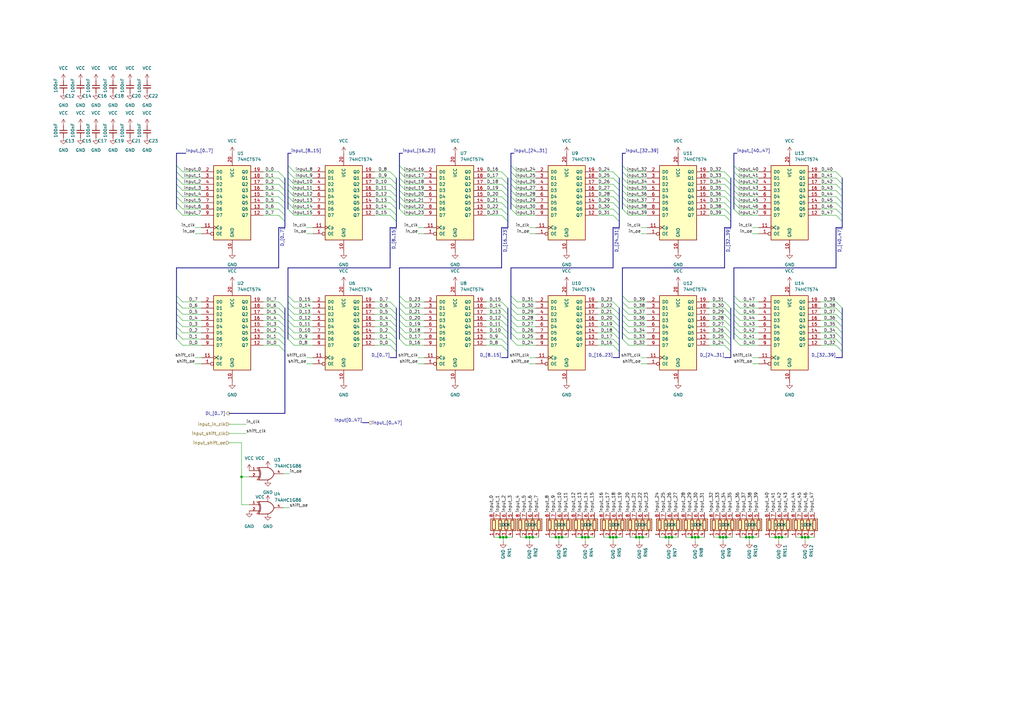
<source format=kicad_sch>
(kicad_sch (version 20211123) (generator eeschema)
  (paper "A3")
  (junction (at 274.32 220.345))
  (junction (at 263.525 220.345))
  (junction (at 240.03 220.345))
  (junction (at 307.34 220.345))
  (junction (at 273.05 220.345))
  (junction (at 227.965 220.345))
  (junction (at 252.73 220.345))
  (junction (at 319.405 220.345))
  (junction (at 285.115 220.345))
  (junction (at 217.17 220.345))
  (junction (at 207.645 220.345))
  (junction (at 230.505 220.345))
  (junction (at 283.845 220.345))
  (junction (at 262.255 220.345))
  (junction (at 99.06 195.58))
  (junction (at 295.275 220.345))
  (junction (at 205.105 220.345))
  (junction (at 328.93 220.345))
  (junction (at 318.135 220.345))
  (junction (at 297.815 220.345))
  (junction (at 260.985 220.345))
  (junction (at 206.375 220.345))
  (junction (at 308.61 220.345))
  (junction (at 296.545 220.345))
  (junction (at 251.46 220.345))
  (junction (at 286.385 220.345))
  (junction (at 320.675 220.345))
  (junction (at 241.3 220.345))
  (junction (at 275.59 220.345))
  (junction (at 330.2 220.345))
  (junction (at 229.235 220.345))
  (junction (at 250.19 220.345))
  (junction (at 331.47 220.345))
  (junction (at 215.9 220.345))
  (junction (at 218.44 220.345))
  (junction (at 306.07 220.345))
  (junction (at 238.76 220.345))
  (bus_entry (at 114.3 141.605) (size 2.54 2.54))
  (bus_entry (at 160.02 123.825) (size 2.54 2.54))
  (bus_entry (at 297.18 83.185) (size 2.54 2.54))
  (bus_entry (at 120.65 133.985) (size -2.54 -2.54))
  (bus_entry (at 251.46 78.105) (size 2.54 2.54))
  (bus_entry (at 303.53 123.825) (size -2.54 -2.54))
  (bus_entry (at 120.65 136.525) (size -2.54 -2.54))
  (bus_entry (at 205.74 133.985) (size 2.54 2.54))
  (bus_entry (at 300.99 67.945) (size 2.54 2.54))
  (bus_entry (at 342.9 128.905) (size 2.54 2.54))
  (bus_entry (at 205.74 136.525) (size 2.54 2.54))
  (bus_entry (at 297.18 126.365) (size 2.54 2.54))
  (bus_entry (at 72.39 75.565) (size 2.54 2.54))
  (bus_entry (at 251.46 133.985) (size 2.54 2.54))
  (bus_entry (at 74.93 136.525) (size -2.54 -2.54))
  (bus_entry (at 114.3 80.645) (size 2.54 2.54))
  (bus_entry (at 300.99 83.185) (size 2.54 2.54))
  (bus_entry (at 297.18 128.905) (size 2.54 2.54))
  (bus_entry (at 209.55 70.485) (size 2.54 2.54))
  (bus_entry (at 118.11 83.185) (size 2.54 2.54))
  (bus_entry (at 300.99 73.025) (size 2.54 2.54))
  (bus_entry (at 212.09 133.985) (size -2.54 -2.54))
  (bus_entry (at 205.74 88.265) (size 2.54 2.54))
  (bus_entry (at 303.53 128.905) (size -2.54 -2.54))
  (bus_entry (at 166.37 123.825) (size -2.54 -2.54))
  (bus_entry (at 166.37 141.605) (size -2.54 -2.54))
  (bus_entry (at 251.46 83.185) (size 2.54 2.54))
  (bus_entry (at 160.02 75.565) (size 2.54 2.54))
  (bus_entry (at 297.18 75.565) (size 2.54 2.54))
  (bus_entry (at 163.83 67.945) (size 2.54 2.54))
  (bus_entry (at 297.18 141.605) (size 2.54 2.54))
  (bus_entry (at 163.83 80.645) (size 2.54 2.54))
  (bus_entry (at 297.18 131.445) (size 2.54 2.54))
  (bus_entry (at 72.39 67.945) (size 2.54 2.54))
  (bus_entry (at 114.3 139.065) (size 2.54 2.54))
  (bus_entry (at 166.37 136.525) (size -2.54 -2.54))
  (bus_entry (at 255.27 70.485) (size 2.54 2.54))
  (bus_entry (at 209.55 80.645) (size 2.54 2.54))
  (bus_entry (at 120.65 123.825) (size -2.54 -2.54))
  (bus_entry (at 160.02 88.265) (size 2.54 2.54))
  (bus_entry (at 205.74 128.905) (size 2.54 2.54))
  (bus_entry (at 255.27 83.185) (size 2.54 2.54))
  (bus_entry (at 212.09 141.605) (size -2.54 -2.54))
  (bus_entry (at 257.81 133.985) (size -2.54 -2.54))
  (bus_entry (at 342.9 78.105) (size 2.54 2.54))
  (bus_entry (at 342.9 70.485) (size 2.54 2.54))
  (bus_entry (at 257.81 139.065) (size -2.54 -2.54))
  (bus_entry (at 160.02 80.645) (size 2.54 2.54))
  (bus_entry (at 300.99 70.485) (size 2.54 2.54))
  (bus_entry (at 257.81 131.445) (size -2.54 -2.54))
  (bus_entry (at 114.3 123.825) (size 2.54 2.54))
  (bus_entry (at 160.02 136.525) (size 2.54 2.54))
  (bus_entry (at 118.11 80.645) (size 2.54 2.54))
  (bus_entry (at 114.3 75.565) (size 2.54 2.54))
  (bus_entry (at 205.74 75.565) (size 2.54 2.54))
  (bus_entry (at 297.18 78.105) (size 2.54 2.54))
  (bus_entry (at 257.81 123.825) (size -2.54 -2.54))
  (bus_entry (at 114.3 131.445) (size 2.54 2.54))
  (bus_entry (at 255.27 80.645) (size 2.54 2.54))
  (bus_entry (at 118.11 73.025) (size 2.54 2.54))
  (bus_entry (at 257.81 126.365) (size -2.54 -2.54))
  (bus_entry (at 160.02 128.905) (size 2.54 2.54))
  (bus_entry (at 303.53 139.065) (size -2.54 -2.54))
  (bus_entry (at 114.3 73.025) (size 2.54 2.54))
  (bus_entry (at 251.46 73.025) (size 2.54 2.54))
  (bus_entry (at 303.53 133.985) (size -2.54 -2.54))
  (bus_entry (at 114.3 70.485) (size 2.54 2.54))
  (bus_entry (at 209.55 73.025) (size 2.54 2.54))
  (bus_entry (at 72.39 70.485) (size 2.54 2.54))
  (bus_entry (at 251.46 126.365) (size 2.54 2.54))
  (bus_entry (at 212.09 128.905) (size -2.54 -2.54))
  (bus_entry (at 342.9 80.645) (size 2.54 2.54))
  (bus_entry (at 160.02 133.985) (size 2.54 2.54))
  (bus_entry (at 72.39 73.025) (size 2.54 2.54))
  (bus_entry (at 212.09 136.525) (size -2.54 -2.54))
  (bus_entry (at 205.74 141.605) (size 2.54 2.54))
  (bus_entry (at 120.65 128.905) (size -2.54 -2.54))
  (bus_entry (at 212.09 123.825) (size -2.54 -2.54))
  (bus_entry (at 205.74 126.365) (size 2.54 2.54))
  (bus_entry (at 120.65 141.605) (size -2.54 -2.54))
  (bus_entry (at 118.11 78.105) (size 2.54 2.54))
  (bus_entry (at 342.9 131.445) (size 2.54 2.54))
  (bus_entry (at 166.37 139.065) (size -2.54 -2.54))
  (bus_entry (at 209.55 83.185) (size 2.54 2.54))
  (bus_entry (at 342.9 73.025) (size 2.54 2.54))
  (bus_entry (at 297.18 133.985) (size 2.54 2.54))
  (bus_entry (at 166.37 133.985) (size -2.54 -2.54))
  (bus_entry (at 160.02 70.485) (size 2.54 2.54))
  (bus_entry (at 118.11 75.565) (size 2.54 2.54))
  (bus_entry (at 120.65 126.365) (size -2.54 -2.54))
  (bus_entry (at 160.02 78.105) (size 2.54 2.54))
  (bus_entry (at 205.74 123.825) (size 2.54 2.54))
  (bus_entry (at 205.74 85.725) (size 2.54 2.54))
  (bus_entry (at 251.46 128.905) (size 2.54 2.54))
  (bus_entry (at 163.83 73.025) (size 2.54 2.54))
  (bus_entry (at 251.46 88.265) (size 2.54 2.54))
  (bus_entry (at 342.9 75.565) (size 2.54 2.54))
  (bus_entry (at 297.18 80.645) (size 2.54 2.54))
  (bus_entry (at 212.09 131.445) (size -2.54 -2.54))
  (bus_entry (at 160.02 83.185) (size 2.54 2.54))
  (bus_entry (at 342.9 83.185) (size 2.54 2.54))
  (bus_entry (at 257.81 136.525) (size -2.54 -2.54))
  (bus_entry (at 74.93 126.365) (size -2.54 -2.54))
  (bus_entry (at 160.02 73.025) (size 2.54 2.54))
  (bus_entry (at 205.74 83.185) (size 2.54 2.54))
  (bus_entry (at 300.99 85.725) (size 2.54 2.54))
  (bus_entry (at 114.3 78.105) (size 2.54 2.54))
  (bus_entry (at 160.02 126.365) (size 2.54 2.54))
  (bus_entry (at 209.55 78.105) (size 2.54 2.54))
  (bus_entry (at 255.27 85.725) (size 2.54 2.54))
  (bus_entry (at 212.09 126.365) (size -2.54 -2.54))
  (bus_entry (at 303.53 141.605) (size -2.54 -2.54))
  (bus_entry (at 166.37 131.445) (size -2.54 -2.54))
  (bus_entry (at 118.11 85.725) (size 2.54 2.54))
  (bus_entry (at 255.27 75.565) (size 2.54 2.54))
  (bus_entry (at 160.02 85.725) (size 2.54 2.54))
  (bus_entry (at 257.81 128.905) (size -2.54 -2.54))
  (bus_entry (at 114.3 136.525) (size 2.54 2.54))
  (bus_entry (at 297.18 139.065) (size 2.54 2.54))
  (bus_entry (at 251.46 80.645) (size 2.54 2.54))
  (bus_entry (at 342.9 136.525) (size 2.54 2.54))
  (bus_entry (at 163.83 75.565) (size 2.54 2.54))
  (bus_entry (at 72.39 83.185) (size 2.54 2.54))
  (bus_entry (at 163.83 85.725) (size 2.54 2.54))
  (bus_entry (at 114.3 85.725) (size 2.54 2.54))
  (bus_entry (at 303.53 126.365) (size -2.54 -2.54))
  (bus_entry (at 342.9 123.825) (size 2.54 2.54))
  (bus_entry (at 297.18 136.525) (size 2.54 2.54))
  (bus_entry (at 74.93 133.985) (size -2.54 -2.54))
  (bus_entry (at 205.74 139.065) (size 2.54 2.54))
  (bus_entry (at 297.18 123.825) (size 2.54 2.54))
  (bus_entry (at 255.27 73.025) (size 2.54 2.54))
  (bus_entry (at 205.74 80.645) (size 2.54 2.54))
  (bus_entry (at 160.02 141.605) (size 2.54 2.54))
  (bus_entry (at 342.9 141.605) (size 2.54 2.54))
  (bus_entry (at 209.55 85.725) (size 2.54 2.54))
  (bus_entry (at 74.93 123.825) (size -2.54 -2.54))
  (bus_entry (at 212.09 139.065) (size -2.54 -2.54))
  (bus_entry (at 251.46 85.725) (size 2.54 2.54))
  (bus_entry (at 160.02 131.445) (size 2.54 2.54))
  (bus_entry (at 297.18 85.725) (size 2.54 2.54))
  (bus_entry (at 300.99 80.645) (size 2.54 2.54))
  (bus_entry (at 303.53 136.525) (size -2.54 -2.54))
  (bus_entry (at 72.39 80.645) (size 2.54 2.54))
  (bus_entry (at 114.3 128.905) (size 2.54 2.54))
  (bus_entry (at 74.93 141.605) (size -2.54 -2.54))
  (bus_entry (at 205.74 73.025) (size 2.54 2.54))
  (bus_entry (at 342.9 88.265) (size 2.54 2.54))
  (bus_entry (at 251.46 75.565) (size 2.54 2.54))
  (bus_entry (at 205.74 70.485) (size 2.54 2.54))
  (bus_entry (at 342.9 85.725) (size 2.54 2.54))
  (bus_entry (at 114.3 133.985) (size 2.54 2.54))
  (bus_entry (at 120.65 131.445) (size -2.54 -2.54))
  (bus_entry (at 255.27 78.105) (size 2.54 2.54))
  (bus_entry (at 72.39 78.105) (size 2.54 2.54))
  (bus_entry (at 74.93 131.445) (size -2.54 -2.54))
  (bus_entry (at 342.9 133.985) (size 2.54 2.54))
  (bus_entry (at 205.74 78.105) (size 2.54 2.54))
  (bus_entry (at 160.02 139.065) (size 2.54 2.54))
  (bus_entry (at 114.3 83.185) (size 2.54 2.54))
  (bus_entry (at 251.46 139.065) (size 2.54 2.54))
  (bus_entry (at 118.11 70.485) (size 2.54 2.54))
  (bus_entry (at 255.27 67.945) (size 2.54 2.54))
  (bus_entry (at 118.11 67.945) (size 2.54 2.54))
  (bus_entry (at 163.83 70.485) (size 2.54 2.54))
  (bus_entry (at 342.9 139.065) (size 2.54 2.54))
  (bus_entry (at 251.46 123.825) (size 2.54 2.54))
  (bus_entry (at 209.55 75.565) (size 2.54 2.54))
  (bus_entry (at 114.3 88.265) (size 2.54 2.54))
  (bus_entry (at 297.18 73.025) (size 2.54 2.54))
  (bus_entry (at 166.37 128.905) (size -2.54 -2.54))
  (bus_entry (at 114.3 126.365) (size 2.54 2.54))
  (bus_entry (at 72.39 85.725) (size 2.54 2.54))
  (bus_entry (at 303.53 131.445) (size -2.54 -2.54))
  (bus_entry (at 120.65 139.065) (size -2.54 -2.54))
  (bus_entry (at 74.93 139.065) (size -2.54 -2.54))
  (bus_entry (at 74.93 128.905) (size -2.54 -2.54))
  (bus_entry (at 163.83 83.185) (size 2.54 2.54))
  (bus_entry (at 166.37 126.365) (size -2.54 -2.54))
  (bus_entry (at 251.46 141.605) (size 2.54 2.54))
  (bus_entry (at 209.55 67.945) (size 2.54 2.54))
  (bus_entry (at 163.83 78.105) (size 2.54 2.54))
  (bus_entry (at 251.46 131.445) (size 2.54 2.54))
  (bus_entry (at 342.9 126.365) (size 2.54 2.54))
  (bus_entry (at 251.46 136.525) (size 2.54 2.54))
  (bus_entry (at 257.81 141.605) (size -2.54 -2.54))
  (bus_entry (at 297.18 88.265) (size 2.54 2.54))
  (bus_entry (at 297.18 70.485) (size 2.54 2.54))
  (bus_entry (at 251.46 70.485) (size 2.54 2.54))
  (bus_entry (at 300.99 78.105) (size 2.54 2.54))
  (bus_entry (at 205.74 131.445) (size 2.54 2.54))
  (bus_entry (at 300.99 75.565) (size 2.54 2.54))
  (wire (pts (xy 251.46 123.825) (xy 245.11 123.825)))
  (wire (pts (xy 342.9 123.825) (xy 336.55 123.825)))
  (wire (pts (xy 107.95 123.825) (xy 114.3 123.825)))
  (bus (pts (xy 300.99 73.025) (xy 300.99 75.565)))
  (bus (pts (xy 255.27 133.985) (xy 255.27 131.445)))
  (wire (pts (xy 82.55 133.985) (xy 74.93 133.985)))
  (bus (pts (xy 118.11 128.905) (xy 118.11 126.365)))
  (wire (pts (xy 205.74 123.825) (xy 199.39 123.825)))
  (bus (pts (xy 163.83 67.945) (xy 163.83 70.485)))
  (wire (pts (xy 166.37 80.645) (xy 173.99 80.645)))
  (wire (pts (xy 265.43 131.445) (xy 257.81 131.445)))
  (wire (pts (xy 153.67 75.565) (xy 160.02 75.565)))
  (wire (pts (xy 153.67 88.265) (xy 160.02 88.265)))
  (wire (pts (xy 257.81 83.185) (xy 265.43 83.185)))
  (wire (pts (xy 153.67 78.105) (xy 160.02 78.105)))
  (wire (pts (xy 241.3 220.345) (xy 243.84 220.345)))
  (wire (pts (xy 171.45 93.345) (xy 173.99 93.345)))
  (bus (pts (xy 300.99 123.825) (xy 300.99 121.285)))
  (wire (pts (xy 311.15 139.065) (xy 303.53 139.065)))
  (bus (pts (xy 116.84 139.065) (xy 116.84 141.605)))
  (wire (pts (xy 205.74 139.065) (xy 199.39 139.065)))
  (wire (pts (xy 153.67 83.185) (xy 160.02 83.185)))
  (bus (pts (xy 116.84 85.725) (xy 116.84 88.265)))
  (wire (pts (xy 251.46 220.345) (xy 252.73 220.345)))
  (wire (pts (xy 213.36 220.345) (xy 215.9 220.345)))
  (wire (pts (xy 328.93 220.345) (xy 330.2 220.345)))
  (wire (pts (xy 265.43 136.525) (xy 257.81 136.525)))
  (wire (pts (xy 166.37 70.485) (xy 173.99 70.485)))
  (wire (pts (xy 99.06 195.58) (xy 102.235 195.58)))
  (bus (pts (xy 255.27 126.365) (xy 255.27 123.825)))
  (bus (pts (xy 297.18 93.345) (xy 299.72 93.345)))
  (bus (pts (xy 299.72 126.365) (xy 299.72 128.905)))
  (wire (pts (xy 219.71 136.525) (xy 212.09 136.525)))
  (wire (pts (xy 251.46 139.065) (xy 245.11 139.065)))
  (wire (pts (xy 336.55 73.025) (xy 342.9 73.025)))
  (bus (pts (xy 163.83 126.365) (xy 163.83 123.825)))
  (wire (pts (xy 199.39 88.265) (xy 205.74 88.265)))
  (wire (pts (xy 262.255 220.345) (xy 263.525 220.345)))
  (wire (pts (xy 290.83 139.065) (xy 297.18 139.065)))
  (wire (pts (xy 219.71 126.365) (xy 212.09 126.365)))
  (wire (pts (xy 290.83 126.365) (xy 297.18 126.365)))
  (bus (pts (xy 299.72 83.185) (xy 299.72 85.725)))
  (bus (pts (xy 300.99 62.865) (xy 300.99 67.945)))
  (wire (pts (xy 82.55 141.605) (xy 74.93 141.605)))
  (bus (pts (xy 209.55 83.185) (xy 209.55 85.725)))
  (wire (pts (xy 120.65 83.185) (xy 128.27 83.185)))
  (wire (pts (xy 290.83 141.605) (xy 297.18 141.605)))
  (bus (pts (xy 299.72 136.525) (xy 299.72 139.065)))
  (wire (pts (xy 128.27 128.905) (xy 120.65 128.905)))
  (bus (pts (xy 163.83 136.525) (xy 163.83 133.985)))
  (bus (pts (xy 345.44 88.265) (xy 345.44 90.805)))
  (bus (pts (xy 300.99 62.865) (xy 302.26 62.865)))
  (wire (pts (xy 308.61 220.345) (xy 311.15 220.345)))
  (wire (pts (xy 262.255 220.345) (xy 262.255 222.25)))
  (wire (pts (xy 245.11 70.485) (xy 251.46 70.485)))
  (bus (pts (xy 162.56 133.985) (xy 162.56 136.525)))
  (wire (pts (xy 290.83 133.985) (xy 297.18 133.985)))
  (bus (pts (xy 118.11 133.985) (xy 118.11 131.445)))
  (bus (pts (xy 251.46 146.685) (xy 254 146.685)))
  (bus (pts (xy 255.27 62.865) (xy 256.54 62.865)))
  (bus (pts (xy 162.56 85.725) (xy 162.56 88.265)))
  (wire (pts (xy 290.83 85.725) (xy 297.18 85.725)))
  (bus (pts (xy 205.74 93.345) (xy 208.28 93.345)))
  (wire (pts (xy 227.965 220.345) (xy 229.235 220.345)))
  (wire (pts (xy 107.95 126.365) (xy 114.3 126.365)))
  (bus (pts (xy 299.72 139.065) (xy 299.72 141.605)))
  (bus (pts (xy 255.27 62.865) (xy 255.27 67.945)))
  (wire (pts (xy 82.55 139.065) (xy 74.93 139.065)))
  (bus (pts (xy 300.99 70.485) (xy 300.99 73.025)))
  (bus (pts (xy 208.28 78.105) (xy 208.28 80.645)))
  (bus (pts (xy 72.39 133.985) (xy 72.39 131.445)))
  (wire (pts (xy 290.83 88.265) (xy 297.18 88.265)))
  (bus (pts (xy 163.83 133.985) (xy 163.83 131.445)))
  (wire (pts (xy 311.15 141.605) (xy 303.53 141.605)))
  (wire (pts (xy 251.46 133.985) (xy 245.11 133.985)))
  (bus (pts (xy 116.84 126.365) (xy 116.84 128.905)))
  (wire (pts (xy 265.43 126.365) (xy 257.81 126.365)))
  (wire (pts (xy 107.95 85.725) (xy 114.3 85.725)))
  (wire (pts (xy 265.43 133.985) (xy 257.81 133.985)))
  (wire (pts (xy 303.53 73.025) (xy 311.15 73.025)))
  (bus (pts (xy 345.44 85.725) (xy 345.44 88.265)))
  (wire (pts (xy 206.375 220.345) (xy 207.645 220.345)))
  (wire (pts (xy 342.9 133.985) (xy 336.55 133.985)))
  (bus (pts (xy 114.3 109.855) (xy 72.39 109.855)))
  (wire (pts (xy 260.985 220.345) (xy 262.255 220.345)))
  (wire (pts (xy 295.275 220.345) (xy 296.545 220.345)))
  (bus (pts (xy 118.11 136.525) (xy 118.11 133.985)))
  (bus (pts (xy 209.55 67.945) (xy 209.55 70.485)))
  (bus (pts (xy 209.55 126.365) (xy 209.55 123.825)))
  (wire (pts (xy 153.67 73.025) (xy 160.02 73.025)))
  (wire (pts (xy 173.99 133.985) (xy 166.37 133.985)))
  (wire (pts (xy 153.67 136.525) (xy 160.02 136.525)))
  (bus (pts (xy 299.72 141.605) (xy 299.72 144.145)))
  (wire (pts (xy 215.9 220.345) (xy 217.17 220.345)))
  (bus (pts (xy 162.56 136.525) (xy 162.56 139.065)))
  (wire (pts (xy 252.73 220.345) (xy 255.27 220.345)))
  (wire (pts (xy 283.845 220.345) (xy 285.115 220.345)))
  (bus (pts (xy 72.39 136.525) (xy 72.39 133.985)))
  (wire (pts (xy 320.675 220.345) (xy 323.215 220.345)))
  (wire (pts (xy 251.46 126.365) (xy 245.11 126.365)))
  (wire (pts (xy 107.95 78.105) (xy 114.3 78.105)))
  (bus (pts (xy 299.72 75.565) (xy 299.72 78.105)))
  (wire (pts (xy 286.385 220.345) (xy 288.925 220.345)))
  (wire (pts (xy 240.03 220.345) (xy 240.03 222.25)))
  (wire (pts (xy 107.95 136.525) (xy 114.3 136.525)))
  (wire (pts (xy 80.01 146.685) (xy 82.55 146.685)))
  (wire (pts (xy 250.19 220.345) (xy 251.46 220.345)))
  (wire (pts (xy 153.67 133.985) (xy 160.02 133.985)))
  (wire (pts (xy 247.65 220.345) (xy 250.19 220.345)))
  (bus (pts (xy 255.27 75.565) (xy 255.27 78.105)))
  (wire (pts (xy 171.45 95.885) (xy 173.99 95.885)))
  (wire (pts (xy 128.27 136.525) (xy 120.65 136.525)))
  (bus (pts (xy 208.28 144.145) (xy 208.28 146.685)))
  (bus (pts (xy 72.39 78.105) (xy 72.39 80.645)))
  (wire (pts (xy 128.27 123.825) (xy 120.65 123.825)))
  (wire (pts (xy 245.11 83.185) (xy 251.46 83.185)))
  (bus (pts (xy 254 128.905) (xy 254 131.445)))
  (wire (pts (xy 118.745 194.31) (xy 116.205 194.31)))
  (wire (pts (xy 265.43 139.065) (xy 257.81 139.065)))
  (bus (pts (xy 300.99 133.985) (xy 300.99 131.445)))
  (wire (pts (xy 120.65 75.565) (xy 128.27 75.565)))
  (bus (pts (xy 300.99 67.945) (xy 300.99 70.485)))
  (wire (pts (xy 120.65 78.105) (xy 128.27 78.105)))
  (wire (pts (xy 336.55 80.645) (xy 342.9 80.645)))
  (bus (pts (xy 209.55 139.065) (xy 209.55 136.525)))
  (bus (pts (xy 345.44 126.365) (xy 345.44 128.905)))
  (bus (pts (xy 162.56 83.185) (xy 162.56 85.725)))
  (wire (pts (xy 336.55 75.565) (xy 342.9 75.565)))
  (wire (pts (xy 153.67 141.605) (xy 160.02 141.605)))
  (bus (pts (xy 254 75.565) (xy 254 78.105)))
  (wire (pts (xy 336.55 85.725) (xy 342.9 85.725)))
  (wire (pts (xy 205.74 136.525) (xy 199.39 136.525)))
  (bus (pts (xy 297.18 146.685) (xy 299.72 146.685)))
  (bus (pts (xy 162.56 73.025) (xy 162.56 75.565)))
  (wire (pts (xy 245.11 80.645) (xy 251.46 80.645)))
  (wire (pts (xy 257.81 70.485) (xy 265.43 70.485)))
  (bus (pts (xy 160.02 93.345) (xy 160.02 109.855)))
  (wire (pts (xy 107.95 75.565) (xy 114.3 75.565)))
  (wire (pts (xy 265.43 141.605) (xy 257.81 141.605)))
  (wire (pts (xy 205.74 126.365) (xy 199.39 126.365)))
  (wire (pts (xy 290.83 128.905) (xy 297.18 128.905)))
  (wire (pts (xy 342.9 136.525) (xy 336.55 136.525)))
  (wire (pts (xy 166.37 85.725) (xy 173.99 85.725)))
  (bus (pts (xy 163.83 139.065) (xy 163.83 136.525)))
  (bus (pts (xy 251.46 109.855) (xy 209.55 109.855)))
  (wire (pts (xy 262.89 146.685) (xy 265.43 146.685)))
  (wire (pts (xy 303.53 75.565) (xy 311.15 75.565)))
  (bus (pts (xy 208.28 126.365) (xy 208.28 128.905)))
  (wire (pts (xy 270.51 220.345) (xy 273.05 220.345)))
  (bus (pts (xy 162.56 90.805) (xy 162.56 93.345)))
  (wire (pts (xy 307.34 220.345) (xy 307.34 222.25)))
  (bus (pts (xy 72.39 75.565) (xy 72.39 78.105)))
  (wire (pts (xy 303.53 78.105) (xy 311.15 78.105)))
  (wire (pts (xy 290.83 70.485) (xy 297.18 70.485)))
  (wire (pts (xy 311.15 128.905) (xy 303.53 128.905)))
  (bus (pts (xy 254 80.645) (xy 254 83.185)))
  (wire (pts (xy 153.67 128.905) (xy 160.02 128.905)))
  (wire (pts (xy 336.55 78.105) (xy 342.9 78.105)))
  (wire (pts (xy 285.115 220.345) (xy 286.385 220.345)))
  (bus (pts (xy 345.44 75.565) (xy 345.44 78.105)))
  (wire (pts (xy 107.95 131.445) (xy 114.3 131.445)))
  (bus (pts (xy 116.84 88.265) (xy 116.84 90.805)))
  (wire (pts (xy 265.43 123.825) (xy 257.81 123.825)))
  (wire (pts (xy 120.65 70.485) (xy 128.27 70.485)))
  (wire (pts (xy 311.15 136.525) (xy 303.53 136.525)))
  (wire (pts (xy 93.98 177.8) (xy 100.965 177.8)))
  (wire (pts (xy 257.81 75.565) (xy 265.43 75.565)))
  (wire (pts (xy 212.09 85.725) (xy 219.71 85.725)))
  (wire (pts (xy 319.405 220.345) (xy 320.675 220.345)))
  (wire (pts (xy 311.15 133.985) (xy 303.53 133.985)))
  (wire (pts (xy 74.93 80.645) (xy 82.55 80.645)))
  (wire (pts (xy 219.71 133.985) (xy 212.09 133.985)))
  (bus (pts (xy 118.11 126.365) (xy 118.11 123.825)))
  (bus (pts (xy 163.83 131.445) (xy 163.83 128.905)))
  (wire (pts (xy 107.95 80.645) (xy 114.3 80.645)))
  (wire (pts (xy 306.07 220.345) (xy 307.34 220.345)))
  (wire (pts (xy 307.34 220.345) (xy 308.61 220.345)))
  (wire (pts (xy 153.67 126.365) (xy 160.02 126.365)))
  (bus (pts (xy 163.83 109.855) (xy 163.83 121.285)))
  (bus (pts (xy 255.27 83.185) (xy 255.27 85.725)))
  (wire (pts (xy 212.09 78.105) (xy 219.71 78.105)))
  (bus (pts (xy 116.84 83.185) (xy 116.84 85.725)))
  (wire (pts (xy 251.46 141.605) (xy 245.11 141.605)))
  (wire (pts (xy 217.17 220.345) (xy 218.44 220.345)))
  (wire (pts (xy 257.81 85.725) (xy 265.43 85.725)))
  (wire (pts (xy 303.53 220.345) (xy 306.07 220.345)))
  (bus (pts (xy 209.55 109.855) (xy 209.55 121.285)))
  (wire (pts (xy 230.505 220.345) (xy 233.045 220.345)))
  (wire (pts (xy 290.83 123.825) (xy 297.18 123.825)))
  (bus (pts (xy 209.55 78.105) (xy 209.55 80.645)))
  (wire (pts (xy 205.74 141.605) (xy 199.39 141.605)))
  (wire (pts (xy 245.11 78.105) (xy 251.46 78.105)))
  (bus (pts (xy 116.84 131.445) (xy 116.84 133.985)))
  (wire (pts (xy 212.09 88.265) (xy 219.71 88.265)))
  (wire (pts (xy 82.55 123.825) (xy 74.93 123.825)))
  (bus (pts (xy 209.55 136.525) (xy 209.55 133.985)))
  (wire (pts (xy 107.95 83.185) (xy 114.3 83.185)))
  (bus (pts (xy 251.46 93.345) (xy 254 93.345)))
  (wire (pts (xy 199.39 83.185) (xy 205.74 83.185)))
  (bus (pts (xy 116.84 141.605) (xy 116.84 144.145)))
  (bus (pts (xy 118.11 70.485) (xy 118.11 73.025)))
  (bus (pts (xy 162.56 126.365) (xy 162.56 128.905)))
  (bus (pts (xy 162.56 88.265) (xy 162.56 90.805)))
  (bus (pts (xy 116.84 75.565) (xy 116.84 78.105)))
  (wire (pts (xy 99.06 195.58) (xy 99.06 207.01)))
  (bus (pts (xy 342.9 93.345) (xy 345.44 93.345)))
  (bus (pts (xy 299.72 90.805) (xy 299.72 93.345)))
  (bus (pts (xy 163.83 78.105) (xy 163.83 80.645)))
  (bus (pts (xy 209.55 131.445) (xy 209.55 128.905)))
  (wire (pts (xy 336.55 88.265) (xy 342.9 88.265)))
  (wire (pts (xy 173.99 131.445) (xy 166.37 131.445)))
  (wire (pts (xy 308.61 149.225) (xy 311.15 149.225)))
  (wire (pts (xy 171.45 146.685) (xy 173.99 146.685)))
  (wire (pts (xy 217.17 95.885) (xy 219.71 95.885)))
  (bus (pts (xy 118.11 78.105) (xy 118.11 80.645)))
  (bus (pts (xy 162.56 144.145) (xy 162.56 146.685)))
  (wire (pts (xy 258.445 220.345) (xy 260.985 220.345)))
  (bus (pts (xy 299.72 73.025) (xy 299.72 75.565)))
  (wire (pts (xy 245.11 85.725) (xy 251.46 85.725)))
  (wire (pts (xy 166.37 88.265) (xy 173.99 88.265)))
  (bus (pts (xy 254 85.725) (xy 254 88.265)))
  (bus (pts (xy 118.11 80.645) (xy 118.11 83.185)))
  (bus (pts (xy 209.55 128.905) (xy 209.55 126.365)))
  (bus (pts (xy 254 83.185) (xy 254 85.725)))
  (wire (pts (xy 274.32 220.345) (xy 275.59 220.345)))
  (wire (pts (xy 82.55 128.905) (xy 74.93 128.905)))
  (bus (pts (xy 300.99 139.065) (xy 300.99 136.525)))
  (wire (pts (xy 330.2 220.345) (xy 331.47 220.345)))
  (bus (pts (xy 162.56 128.905) (xy 162.56 131.445)))
  (wire (pts (xy 74.93 88.265) (xy 82.55 88.265)))
  (wire (pts (xy 74.93 85.725) (xy 82.55 85.725)))
  (wire (pts (xy 275.59 220.345) (xy 278.13 220.345)))
  (wire (pts (xy 166.37 75.565) (xy 173.99 75.565)))
  (wire (pts (xy 205.74 131.445) (xy 199.39 131.445)))
  (bus (pts (xy 342.9 146.685) (xy 345.44 146.685)))
  (bus (pts (xy 300.99 109.855) (xy 300.99 121.285)))
  (bus (pts (xy 254 139.065) (xy 254 141.605)))
  (bus (pts (xy 114.3 93.345) (xy 114.3 109.855)))
  (wire (pts (xy 74.93 83.185) (xy 82.55 83.185)))
  (bus (pts (xy 345.44 144.145) (xy 345.44 146.685)))
  (bus (pts (xy 72.39 67.945) (xy 72.39 70.485)))
  (wire (pts (xy 128.27 133.985) (xy 120.65 133.985)))
  (wire (pts (xy 336.55 83.185) (xy 342.9 83.185)))
  (bus (pts (xy 208.28 80.645) (xy 208.28 83.185)))
  (wire (pts (xy 290.83 83.185) (xy 297.18 83.185)))
  (wire (pts (xy 93.98 173.99) (xy 100.965 173.99)))
  (wire (pts (xy 212.09 80.645) (xy 219.71 80.645)))
  (wire (pts (xy 257.81 88.265) (xy 265.43 88.265)))
  (wire (pts (xy 166.37 73.025) (xy 173.99 73.025)))
  (wire (pts (xy 219.71 123.825) (xy 212.09 123.825)))
  (bus (pts (xy 72.39 109.855) (xy 72.39 121.285)))
  (bus (pts (xy 163.83 75.565) (xy 163.83 78.105)))
  (wire (pts (xy 303.53 83.185) (xy 311.15 83.185)))
  (bus (pts (xy 163.83 83.185) (xy 163.83 85.725)))
  (bus (pts (xy 163.83 123.825) (xy 163.83 121.285)))
  (wire (pts (xy 303.53 88.265) (xy 311.15 88.265)))
  (bus (pts (xy 72.39 62.865) (xy 76.2 62.865)))
  (bus (pts (xy 255.27 67.945) (xy 255.27 70.485)))
  (wire (pts (xy 120.65 80.645) (xy 128.27 80.645)))
  (wire (pts (xy 82.55 126.365) (xy 74.93 126.365)))
  (bus (pts (xy 209.55 73.025) (xy 209.55 75.565)))
  (wire (pts (xy 297.815 220.345) (xy 300.355 220.345)))
  (bus (pts (xy 116.84 78.105) (xy 116.84 80.645)))
  (wire (pts (xy 281.305 220.345) (xy 283.845 220.345)))
  (bus (pts (xy 345.44 78.105) (xy 345.44 80.645)))
  (wire (pts (xy 238.76 220.345) (xy 240.03 220.345)))
  (wire (pts (xy 308.61 146.685) (xy 311.15 146.685)))
  (bus (pts (xy 209.55 62.865) (xy 210.82 62.865)))
  (wire (pts (xy 199.39 80.645) (xy 205.74 80.645)))
  (bus (pts (xy 208.28 128.905) (xy 208.28 131.445)))
  (wire (pts (xy 217.17 149.225) (xy 219.71 149.225)))
  (wire (pts (xy 153.67 139.065) (xy 160.02 139.065)))
  (wire (pts (xy 257.81 73.025) (xy 265.43 73.025)))
  (bus (pts (xy 299.72 144.145) (xy 299.72 146.685)))
  (wire (pts (xy 212.09 75.565) (xy 219.71 75.565)))
  (bus (pts (xy 255.27 109.855) (xy 255.27 121.285)))
  (bus (pts (xy 72.39 62.865) (xy 72.39 67.945)))
  (bus (pts (xy 251.46 93.345) (xy 251.46 109.855)))
  (wire (pts (xy 125.73 149.225) (xy 128.27 149.225)))
  (wire (pts (xy 80.01 93.345) (xy 82.55 93.345)))
  (wire (pts (xy 153.67 80.645) (xy 160.02 80.645)))
  (wire (pts (xy 225.425 220.345) (xy 227.965 220.345)))
  (bus (pts (xy 72.39 73.025) (xy 72.39 75.565)))
  (wire (pts (xy 229.235 220.345) (xy 229.235 222.25)))
  (wire (pts (xy 128.27 126.365) (xy 120.65 126.365)))
  (wire (pts (xy 74.93 70.485) (xy 82.55 70.485)))
  (wire (pts (xy 205.74 133.985) (xy 199.39 133.985)))
  (bus (pts (xy 208.28 75.565) (xy 208.28 78.105)))
  (wire (pts (xy 303.53 70.485) (xy 311.15 70.485)))
  (bus (pts (xy 209.55 80.645) (xy 209.55 83.185)))
  (bus (pts (xy 255.27 78.105) (xy 255.27 80.645)))
  (bus (pts (xy 345.44 128.905) (xy 345.44 131.445)))
  (wire (pts (xy 82.55 131.445) (xy 74.93 131.445)))
  (bus (pts (xy 299.72 131.445) (xy 299.72 133.985)))
  (wire (pts (xy 125.73 93.345) (xy 128.27 93.345)))
  (bus (pts (xy 116.84 133.985) (xy 116.84 136.525)))
  (wire (pts (xy 212.09 83.185) (xy 219.71 83.185)))
  (bus (pts (xy 208.28 131.445) (xy 208.28 133.985)))
  (wire (pts (xy 153.67 131.445) (xy 160.02 131.445)))
  (wire (pts (xy 166.37 83.185) (xy 173.99 83.185)))
  (bus (pts (xy 205.74 146.685) (xy 208.28 146.685)))
  (wire (pts (xy 219.71 128.905) (xy 212.09 128.905)))
  (bus (pts (xy 299.72 85.725) (xy 299.72 88.265)))
  (wire (pts (xy 263.525 220.345) (xy 266.065 220.345)))
  (bus (pts (xy 345.44 133.985) (xy 345.44 136.525)))
  (wire (pts (xy 245.11 73.025) (xy 251.46 73.025)))
  (bus (pts (xy 116.84 144.145) (xy 116.84 169.545)))
  (bus (pts (xy 72.39 126.365) (xy 72.39 123.825)))
  (wire (pts (xy 173.99 123.825) (xy 166.37 123.825)))
  (wire (pts (xy 251.46 128.905) (xy 245.11 128.905)))
  (bus (pts (xy 162.56 78.105) (xy 162.56 80.645)))
  (wire (pts (xy 74.93 78.105) (xy 82.55 78.105)))
  (bus (pts (xy 209.55 133.985) (xy 209.55 131.445)))
  (bus (pts (xy 72.39 123.825) (xy 72.39 121.285)))
  (bus (pts (xy 116.84 128.905) (xy 116.84 131.445)))
  (wire (pts (xy 212.09 70.485) (xy 219.71 70.485)))
  (wire (pts (xy 153.67 85.725) (xy 160.02 85.725)))
  (bus (pts (xy 163.83 128.905) (xy 163.83 126.365)))
  (wire (pts (xy 128.27 141.605) (xy 120.65 141.605)))
  (bus (pts (xy 118.11 139.065) (xy 118.11 136.525)))
  (wire (pts (xy 107.95 133.985) (xy 114.3 133.985)))
  (wire (pts (xy 166.37 78.105) (xy 173.99 78.105)))
  (bus (pts (xy 254 73.025) (xy 254 75.565)))
  (bus (pts (xy 160.02 93.345) (xy 162.56 93.345)))
  (bus (pts (xy 72.39 139.065) (xy 72.39 136.525)))
  (wire (pts (xy 273.05 220.345) (xy 274.32 220.345)))
  (bus (pts (xy 345.44 83.185) (xy 345.44 85.725)))
  (bus (pts (xy 255.27 123.825) (xy 255.27 121.285)))
  (bus (pts (xy 342.9 93.345) (xy 342.9 109.855)))
  (wire (pts (xy 217.17 93.345) (xy 219.71 93.345)))
  (bus (pts (xy 209.55 70.485) (xy 209.55 73.025)))
  (wire (pts (xy 265.43 128.905) (xy 257.81 128.905)))
  (wire (pts (xy 342.9 139.065) (xy 336.55 139.065)))
  (wire (pts (xy 274.32 220.345) (xy 274.32 222.25)))
  (wire (pts (xy 229.235 220.345) (xy 230.505 220.345)))
  (bus (pts (xy 299.72 78.105) (xy 299.72 80.645)))
  (bus (pts (xy 345.44 90.805) (xy 345.44 93.345)))
  (wire (pts (xy 199.39 75.565) (xy 205.74 75.565)))
  (bus (pts (xy 254 141.605) (xy 254 144.145)))
  (bus (pts (xy 163.83 62.865) (xy 163.83 67.945)))
  (bus (pts (xy 160.02 109.855) (xy 118.11 109.855)))
  (bus (pts (xy 254 144.145) (xy 254 146.685)))
  (wire (pts (xy 93.98 181.61) (xy 99.06 181.61)))
  (wire (pts (xy 319.405 220.345) (xy 319.405 222.25)))
  (bus (pts (xy 254 90.805) (xy 254 93.345)))
  (wire (pts (xy 330.2 220.345) (xy 330.2 222.25)))
  (wire (pts (xy 290.83 75.565) (xy 297.18 75.565)))
  (wire (pts (xy 199.39 70.485) (xy 205.74 70.485)))
  (wire (pts (xy 74.93 73.025) (xy 82.55 73.025)))
  (bus (pts (xy 297.18 93.345) (xy 297.18 109.855)))
  (bus (pts (xy 162.56 75.565) (xy 162.56 78.105)))
  (wire (pts (xy 80.01 149.225) (xy 82.55 149.225)))
  (bus (pts (xy 209.55 62.865) (xy 209.55 67.945)))
  (bus (pts (xy 72.39 128.905) (xy 72.39 126.365)))
  (wire (pts (xy 173.99 141.605) (xy 166.37 141.605)))
  (wire (pts (xy 315.595 220.345) (xy 318.135 220.345)))
  (bus (pts (xy 255.27 73.025) (xy 255.27 75.565)))
  (wire (pts (xy 290.83 73.025) (xy 297.18 73.025)))
  (wire (pts (xy 171.45 149.225) (xy 173.99 149.225)))
  (bus (pts (xy 116.84 73.025) (xy 116.84 75.565)))
  (bus (pts (xy 118.11 123.825) (xy 118.11 121.285)))
  (wire (pts (xy 120.65 88.265) (xy 128.27 88.265)))
  (wire (pts (xy 311.15 131.445) (xy 303.53 131.445)))
  (bus (pts (xy 254 126.365) (xy 254 128.905)))
  (wire (pts (xy 199.39 85.725) (xy 205.74 85.725)))
  (wire (pts (xy 205.105 220.345) (xy 206.375 220.345)))
  (bus (pts (xy 255.27 131.445) (xy 255.27 128.905)))
  (wire (pts (xy 251.46 131.445) (xy 245.11 131.445)))
  (wire (pts (xy 219.71 141.605) (xy 212.09 141.605)))
  (bus (pts (xy 208.28 83.185) (xy 208.28 85.725)))
  (bus (pts (xy 162.56 139.065) (xy 162.56 141.605)))
  (bus (pts (xy 255.27 136.525) (xy 255.27 133.985)))
  (wire (pts (xy 262.89 93.345) (xy 265.43 93.345)))
  (bus (pts (xy 118.11 109.855) (xy 118.11 121.285)))
  (bus (pts (xy 208.28 85.725) (xy 208.28 88.265)))
  (bus (pts (xy 205.74 93.345) (xy 205.74 109.855)))
  (bus (pts (xy 208.28 88.265) (xy 208.28 90.805)))
  (wire (pts (xy 74.93 75.565) (xy 82.55 75.565)))
  (bus (pts (xy 300.99 136.525) (xy 300.99 133.985)))
  (wire (pts (xy 290.83 136.525) (xy 297.18 136.525)))
  (bus (pts (xy 118.11 131.445) (xy 118.11 128.905)))
  (wire (pts (xy 217.17 146.685) (xy 219.71 146.685)))
  (wire (pts (xy 311.15 126.365) (xy 303.53 126.365)))
  (bus (pts (xy 118.11 75.565) (xy 118.11 78.105)))
  (wire (pts (xy 153.67 123.825) (xy 160.02 123.825)))
  (bus (pts (xy 163.83 80.645) (xy 163.83 83.185)))
  (bus (pts (xy 254 88.265) (xy 254 90.805)))
  (wire (pts (xy 107.95 141.605) (xy 114.3 141.605)))
  (bus (pts (xy 148.59 173.355) (xy 151.13 173.355)))
  (bus (pts (xy 255.27 139.065) (xy 255.27 136.525)))
  (bus (pts (xy 255.27 80.645) (xy 255.27 83.185)))
  (wire (pts (xy 245.11 75.565) (xy 251.46 75.565)))
  (bus (pts (xy 299.72 133.985) (xy 299.72 136.525)))
  (wire (pts (xy 107.95 70.485) (xy 114.3 70.485)))
  (bus (pts (xy 72.39 83.185) (xy 72.39 85.725)))
  (wire (pts (xy 118.745 208.28) (xy 116.205 208.28)))
  (bus (pts (xy 118.11 73.025) (xy 118.11 75.565)))
  (bus (pts (xy 162.56 131.445) (xy 162.56 133.985)))
  (wire (pts (xy 257.81 80.645) (xy 265.43 80.645)))
  (wire (pts (xy 206.375 220.345) (xy 206.375 222.25)))
  (wire (pts (xy 236.22 220.345) (xy 238.76 220.345)))
  (bus (pts (xy 254 136.525) (xy 254 139.065)))
  (wire (pts (xy 342.9 126.365) (xy 336.55 126.365)))
  (bus (pts (xy 254 78.105) (xy 254 80.645)))
  (bus (pts (xy 162.56 141.605) (xy 162.56 144.145)))
  (bus (pts (xy 345.44 141.605) (xy 345.44 144.145)))
  (wire (pts (xy 205.74 128.905) (xy 199.39 128.905)))
  (wire (pts (xy 251.46 136.525) (xy 245.11 136.525)))
  (wire (pts (xy 245.11 88.265) (xy 251.46 88.265)))
  (bus (pts (xy 93.98 169.545) (xy 116.84 169.545)))
  (bus (pts (xy 116.84 80.645) (xy 116.84 83.185)))
  (wire (pts (xy 262.89 95.885) (xy 265.43 95.885)))
  (bus (pts (xy 163.83 73.025) (xy 163.83 75.565)))
  (wire (pts (xy 107.95 139.065) (xy 114.3 139.065)))
  (wire (pts (xy 219.71 131.445) (xy 212.09 131.445)))
  (wire (pts (xy 251.46 220.345) (xy 251.46 222.25)))
  (wire (pts (xy 128.27 139.065) (xy 120.65 139.065)))
  (bus (pts (xy 300.99 128.905) (xy 300.99 126.365)))
  (wire (pts (xy 331.47 220.345) (xy 334.01 220.345)))
  (wire (pts (xy 290.83 80.645) (xy 297.18 80.645)))
  (wire (pts (xy 107.95 88.265) (xy 114.3 88.265)))
  (bus (pts (xy 208.28 133.985) (xy 208.28 136.525)))
  (wire (pts (xy 173.99 126.365) (xy 166.37 126.365)))
  (wire (pts (xy 99.06 181.61) (xy 99.06 195.58)))
  (wire (pts (xy 219.71 139.065) (xy 212.09 139.065)))
  (bus (pts (xy 163.83 62.865) (xy 165.1 62.865)))
  (bus (pts (xy 116.84 90.805) (xy 116.84 93.345)))
  (wire (pts (xy 296.545 220.345) (xy 297.815 220.345)))
  (bus (pts (xy 300.99 80.645) (xy 300.99 83.185)))
  (bus (pts (xy 116.84 136.525) (xy 116.84 139.065)))
  (bus (pts (xy 160.02 146.685) (xy 162.56 146.685)))
  (wire (pts (xy 125.73 146.685) (xy 128.27 146.685)))
  (bus (pts (xy 345.44 73.025) (xy 345.44 75.565)))
  (wire (pts (xy 80.01 95.885) (xy 82.55 95.885)))
  (bus (pts (xy 208.28 90.805) (xy 208.28 93.345)))
  (wire (pts (xy 128.27 131.445) (xy 120.65 131.445)))
  (wire (pts (xy 303.53 85.725) (xy 311.15 85.725)))
  (bus (pts (xy 255.27 128.905) (xy 255.27 126.365)))
  (wire (pts (xy 173.99 136.525) (xy 166.37 136.525)))
  (bus (pts (xy 163.83 70.485) (xy 163.83 73.025)))
  (wire (pts (xy 303.53 80.645) (xy 311.15 80.645)))
  (bus (pts (xy 300.99 78.105) (xy 300.99 80.645)))
  (wire (pts (xy 99.06 207.01) (xy 102.235 207.01)))
  (bus (pts (xy 118.11 62.865) (xy 119.38 62.865)))
  (bus (pts (xy 72.39 131.445) (xy 72.39 128.905)))
  (wire (pts (xy 125.73 95.885) (xy 128.27 95.885)))
  (bus (pts (xy 208.28 139.065) (xy 208.28 141.605)))
  (wire (pts (xy 285.115 220.345) (xy 285.115 222.25)))
  (wire (pts (xy 290.83 78.105) (xy 297.18 78.105)))
  (bus (pts (xy 209.55 123.825) (xy 209.55 121.285)))
  (wire (pts (xy 218.44 220.345) (xy 220.98 220.345)))
  (bus (pts (xy 300.99 83.185) (xy 300.99 85.725)))
  (wire (pts (xy 202.565 220.345) (xy 205.105 220.345)))
  (wire (pts (xy 342.9 128.905) (xy 336.55 128.905)))
  (wire (pts (xy 199.39 78.105) (xy 205.74 78.105)))
  (wire (pts (xy 153.67 70.485) (xy 160.02 70.485)))
  (wire (pts (xy 82.55 136.525) (xy 74.93 136.525)))
  (wire (pts (xy 290.83 131.445) (xy 297.18 131.445)))
  (wire (pts (xy 262.89 149.225) (xy 265.43 149.225)))
  (bus (pts (xy 345.44 80.645) (xy 345.44 83.185)))
  (wire (pts (xy 107.95 128.905) (xy 114.3 128.905)))
  (wire (pts (xy 308.61 93.345) (xy 311.15 93.345)))
  (bus (pts (xy 208.28 136.525) (xy 208.28 139.065)))
  (bus (pts (xy 162.56 80.645) (xy 162.56 83.185)))
  (wire (pts (xy 240.03 220.345) (xy 241.3 220.345)))
  (bus (pts (xy 345.44 131.445) (xy 345.44 133.985)))
  (wire (pts (xy 296.545 220.345) (xy 296.545 222.25)))
  (wire (pts (xy 342.9 131.445) (xy 336.55 131.445)))
  (wire (pts (xy 107.95 73.025) (xy 114.3 73.025)))
  (bus (pts (xy 300.99 126.365) (xy 300.99 123.825)))
  (bus (pts (xy 255.27 70.485) (xy 255.27 73.025)))
  (bus (pts (xy 299.72 80.645) (xy 299.72 83.185)))
  (bus (pts (xy 300.99 131.445) (xy 300.99 128.905)))
  (bus (pts (xy 297.18 109.855) (xy 255.27 109.855)))
  (bus (pts (xy 118.11 83.185) (xy 118.11 85.725)))
  (bus (pts (xy 208.28 141.605) (xy 208.28 144.145)))
  (bus (pts (xy 345.44 136.525) (xy 345.44 139.065)))
  (wire (pts (xy 326.39 220.345) (xy 328.93 220.345)))
  (bus (pts (xy 345.44 139.065) (xy 345.44 141.605)))
  (bus (pts (xy 118.11 67.945) (xy 118.11 70.485)))
  (wire (pts (xy 336.55 70.485) (xy 342.9 70.485)))
  (bus (pts (xy 209.55 75.565) (xy 209.55 78.105)))
  (bus (pts (xy 254 131.445) (xy 254 133.985)))
  (wire (pts (xy 311.15 123.825) (xy 303.53 123.825)))
  (bus (pts (xy 254 133.985) (xy 254 136.525)))
  (bus (pts (xy 114.3 93.345) (xy 116.84 93.345)))
  (bus (pts (xy 299.72 88.265) (xy 299.72 90.805)))
  (bus (pts (xy 342.9 109.855) (xy 300.99 109.855)))
  (wire (pts (xy 173.99 128.905) (xy 166.37 128.905)))
  (wire (pts (xy 217.17 220.345) (xy 217.17 222.25)))
  (bus (pts (xy 72.39 70.485) (xy 72.39 73.025)))
  (wire (pts (xy 212.09 73.025) (xy 219.71 73.025)))
  (wire (pts (xy 120.65 85.725) (xy 128.27 85.725)))
  (bus (pts (xy 72.39 80.645) (xy 72.39 83.185)))
  (bus (pts (xy 205.74 109.855) (xy 163.83 109.855)))
  (wire (pts (xy 308.61 95.885) (xy 311.15 95.885)))
  (wire (pts (xy 120.65 73.025) (xy 128.27 73.025)))
  (wire (pts (xy 318.135 220.345) (xy 319.405 220.345)))
  (wire (pts (xy 257.81 78.105) (xy 265.43 78.105)))
  (bus (pts (xy 299.72 128.905) (xy 299.72 131.445)))
  (wire (pts (xy 173.99 139.065) (xy 166.37 139.065)))
  (bus (pts (xy 118.11 62.865) (xy 118.11 67.945)))
  (wire (pts (xy 199.39 73.025) (xy 205.74 73.025)))
  (bus (pts (xy 208.28 73.025) (xy 208.28 75.565)))
  (bus (pts (xy 300.99 75.565) (xy 300.99 78.105)))
  (wire (pts (xy 207.645 220.345) (xy 210.185 220.345)))
  (wire (pts (xy 342.9 141.605) (xy 336.55 141.605)))
  (wire (pts (xy 292.735 220.345) (xy 295.275 220.345)))
  (label "shift_clk" (at 80.01 146.685 180))
  (label "input[0..47]" (at 148.59 173.355 180))
  (label "D_41" (at 304.8 139.065 0))
  (label "input_1" (at 82.55 73.025 180))
  (label "D_27" (at 250.19 78.105 180))
  (label "D_7" (at 77.47 123.825 0))
  (label "input_41" (at 311.15 73.025 180))
  (label "D_[8..15]" (at 205.74 146.685 180))
  (label "input_[8..15]" (at 119.38 62.865 0))
  (label "D_11" (at 122.555 133.985 0))
  (label "D_17" (at 246.38 139.065 0))
  (label "D_29" (at 292.1 128.905 0))
  (label "D_13" (at 158.75 83.185 180))
  (label "input_5" (at 215.9 210.185 90))
  (label "input_18" (at 252.73 210.185 90))
  (label "D_45" (at 341.63 83.185 180))
  (label "D_31" (at 213.995 123.825 0))
  (label "D_21" (at 246.38 128.905 0))
  (label "D_13" (at 122.555 128.905 0))
  (label "D_29" (at 250.19 83.185 180))
  (label "input_28" (at 219.71 80.645 180))
  (label "DI_7" (at 109.22 123.825 0))
  (label "input_40" (at 315.595 210.185 90))
  (label "in_oe" (at 80.01 95.885 180))
  (label "D_34" (at 295.91 75.565 180))
  (label "D_22" (at 246.38 126.365 0))
  (label "input_12" (at 236.22 210.185 90))
  (label "input_36" (at 303.53 210.185 90))
  (label "input_19" (at 255.27 210.185 90))
  (label "D_30" (at 213.995 126.365 0))
  (label "shift_oe" (at 171.45 149.225 180))
  (label "D_12" (at 158.75 80.645 180))
  (label "D_[0..7]" (at 116.84 93.345 270))
  (label "D_33" (at 337.82 139.065 0))
  (label "D_[24..31]" (at 297.18 146.685 180))
  (label "D_0" (at 155.575 141.605 0))
  (label "D_42" (at 341.63 75.565 180))
  (label "input_[32..39]" (at 256.54 62.865 0))
  (label "shift_oe" (at 125.73 149.225 180))
  (label "D_39" (at 259.715 123.825 0))
  (label "input_46" (at 331.47 210.185 90))
  (label "D_24" (at 250.19 70.485 180))
  (label "input_29" (at 283.845 210.185 90))
  (label "input_10" (at 128.27 75.565 180))
  (label "D_35" (at 295.91 78.105 180))
  (label "input_26" (at 275.59 210.185 90))
  (label "input_3" (at 210.185 210.185 90))
  (label "input_6" (at 82.55 85.725 180))
  (label "D_23" (at 204.47 88.265 180))
  (label "D_45" (at 304.8 128.905 0))
  (label "D_29" (at 213.995 128.905 0))
  (label "D_46" (at 304.8 126.365 0))
  (label "shift_clk" (at 217.17 146.685 180))
  (label "input_31" (at 288.925 210.185 90))
  (label "shift_oe" (at 308.61 149.225 180))
  (label "input_42" (at 320.675 210.185 90))
  (label "input_47" (at 311.15 88.265 180))
  (label "D_25" (at 250.19 73.025 180))
  (label "D_39" (at 295.91 88.265 180))
  (label "D_11" (at 200.66 133.985 0))
  (label "input_38" (at 308.61 210.185 90))
  (label "D_10" (at 200.66 136.525 0))
  (label "D_40" (at 341.63 70.485 180))
  (label "D_32" (at 337.82 141.605 0))
  (label "input_47" (at 334.01 210.185 90))
  (label "input_20" (at 258.445 210.185 90))
  (label "DI_2" (at 109.22 136.525 0))
  (label "D_11" (at 158.75 78.105 180))
  (label "D_34" (at 259.715 136.525 0))
  (label "input_16" (at 173.99 70.485 180))
  (label "D_33" (at 295.91 73.025 180))
  (label "input_27" (at 278.13 210.185 90))
  (label "D_9" (at 122.555 139.065 0))
  (label "D_10" (at 158.75 75.565 180))
  (label "input_35" (at 265.43 78.105 180))
  (label "input_7" (at 220.98 210.185 90))
  (label "D_36" (at 259.715 131.445 0))
  (label "input_17" (at 250.19 210.185 90))
  (label "D_37" (at 337.82 128.905 0))
  (label "D_33" (at 259.715 139.065 0))
  (label "D_40" (at 304.8 141.605 0))
  (label "input_20" (at 173.99 80.645 180))
  (label "DI_6" (at 109.22 126.365 0))
  (label "D_21" (at 167.64 128.905 0))
  (label "D_6" (at 155.575 126.365 0))
  (label "input_13" (at 238.76 210.185 90))
  (label "D_38" (at 259.715 126.365 0))
  (label "input_0" (at 202.565 210.185 90))
  (label "input_44" (at 311.15 80.645 180))
  (label "input_39" (at 311.15 210.185 90))
  (label "D_1" (at 112.395 73.025 180))
  (label "input_10" (at 230.505 210.185 90))
  (label "D_47" (at 304.8 123.825 0))
  (label "D_38" (at 295.91 85.725 180))
  (label "input_[40..47]" (at 302.26 62.865 0))
  (label "D_38" (at 337.82 126.365 0))
  (label "input_23" (at 173.99 88.265 180))
  (label "D_14" (at 158.75 85.725 180))
  (label "input_34" (at 297.815 210.185 90))
  (label "DI_1" (at 109.22 139.065 0))
  (label "input_24" (at 219.71 70.485 180))
  (label "input_32" (at 265.43 70.485 180))
  (label "input_9" (at 227.965 210.185 90))
  (label "input_21" (at 260.985 210.185 90))
  (label "D_20" (at 167.64 131.445 0))
  (label "input_3" (at 82.55 78.105 180))
  (label "D_15" (at 200.66 123.825 0))
  (label "input_2" (at 82.55 75.565 180))
  (label "input_43" (at 311.15 78.105 180))
  (label "D_5" (at 112.395 83.185 180))
  (label "input_0" (at 82.55 70.485 180))
  (label "D_14" (at 122.555 126.365 0))
  (label "D_[8..15]" (at 162.56 93.345 270))
  (label "DI_5" (at 109.22 128.905 0))
  (label "D_26" (at 292.1 136.525 0))
  (label "D_5" (at 77.47 128.905 0))
  (label "input_15" (at 243.84 210.185 90))
  (label "input_35" (at 300.355 210.185 90))
  (label "D_3" (at 112.395 78.105 180))
  (label "D_31" (at 292.1 123.825 0))
  (label "input_25" (at 273.05 210.185 90))
  (label "D_27" (at 213.995 133.985 0))
  (label "D_2" (at 77.47 136.525 0))
  (label "input_45" (at 311.15 83.185 180))
  (label "D_4" (at 155.575 131.445 0))
  (label "input_[24..31]" (at 210.82 62.865 0))
  (label "input_23" (at 266.065 210.185 90))
  (label "input_4" (at 213.36 210.185 90))
  (label "in_oe" (at 308.61 95.885 180))
  (label "input_30" (at 286.385 210.185 90))
  (label "in_oe" (at 171.45 95.885 180))
  (label "shift_oe" (at 80.01 149.225 180))
  (label "input_33" (at 295.275 210.185 90))
  (label "D_30" (at 250.19 85.725 180))
  (label "DI_0" (at 109.22 141.605 0))
  (label "D_28" (at 213.995 131.445 0))
  (label "D_17" (at 167.64 139.065 0))
  (label "input_6" (at 218.44 210.185 90))
  (label "input_12" (at 128.27 80.645 180))
  (label "D_[24..31]" (at 254 93.345 270))
  (label "D_14" (at 200.66 126.365 0))
  (label "input_26" (at 219.71 75.565 180))
  (label "D_[16..23]" (at 208.28 93.345 270))
  (label "D_8" (at 158.75 70.485 180))
  (label "D_36" (at 295.91 80.645 180))
  (label "input_27" (at 219.71 78.105 180))
  (label "input_11" (at 233.045 210.185 90))
  (label "DI_3" (at 109.22 133.985 0))
  (label "D_4" (at 77.47 131.445 0))
  (label "input_4" (at 82.55 80.645 180))
  (label "shift_clk" (at 171.45 146.685 180))
  (label "D_22" (at 204.47 85.725 180))
  (label "D_24" (at 213.995 141.605 0))
  (label "input_5" (at 82.55 83.185 180))
  (label "in_clk" (at 100.965 173.99 0))
  (label "D_3" (at 77.47 133.985 0))
  (label "input_21" (at 173.99 83.185 180))
  (label "D_[40..47]" (at 345.44 93.345 270))
  (label "input_16" (at 247.65 210.185 90))
  (label "D_44" (at 341.63 80.645 180))
  (label "in_oe" (at 118.745 194.31 0))
  (label "D_[32..39]" (at 299.72 93.345 270))
  (label "D_18" (at 167.64 136.525 0))
  (label "D_8" (at 200.66 141.605 0))
  (label "input_36" (at 265.43 80.645 180))
  (label "input_30" (at 219.71 85.725 180))
  (label "D_34" (at 337.82 136.525 0))
  (label "D_[0..7]" (at 160.02 146.685 180))
  (label "D_0" (at 77.47 141.605 0))
  (label "D_20" (at 246.38 131.445 0))
  (label "D_6" (at 77.47 126.365 0))
  (label "shift_oe" (at 262.89 149.225 180))
  (label "input_28" (at 281.305 210.185 90))
  (label "input_[0..7]" (at 76.2 62.865 0))
  (label "D_3" (at 155.575 133.985 0))
  (label "input_34" (at 265.43 75.565 180))
  (label "D_39" (at 337.82 123.825 0))
  (label "input_[16..23]" (at 165.1 62.865 0))
  (label "D_7" (at 112.395 88.265 180))
  (label "D_36" (at 337.82 131.445 0))
  (label "input_25" (at 219.71 73.025 180))
  (label "D_37" (at 295.91 83.185 180))
  (label "input_38" (at 265.43 85.725 180))
  (label "input_22" (at 173.99 85.725 180))
  (label "input_43" (at 323.215 210.185 90))
  (label "input_7" (at 82.55 88.265 180))
  (label "input_31" (at 219.71 88.265 180))
  (label "shift_clk" (at 262.89 146.685 180))
  (label "D_37" (at 259.715 128.905 0))
  (label "input_15" (at 128.27 88.265 180))
  (label "D_12" (at 122.555 131.445 0))
  (label "D_43" (at 304.8 133.985 0))
  (label "D_23" (at 167.64 123.825 0))
  (label "D_21" (at 204.47 83.185 180))
  (label "input_22" (at 263.525 210.185 90))
  (label "input_40" (at 311.15 70.485 180))
  (label "in_oe" (at 125.73 95.885 180))
  (label "input_18" (at 173.99 75.565 180))
  (label "input_19" (at 173.99 78.105 180))
  (label "D_1" (at 77.47 139.065 0))
  (label "input_2" (at 207.645 210.185 90))
  (label "in_clk" (at 171.45 93.345 180))
  (label "D_27" (at 292.1 133.985 0))
  (label "input_32" (at 292.735 210.185 90))
  (label "D_26" (at 213.995 136.525 0))
  (label "in_clk" (at 262.89 93.345 180))
  (label "in_oe" (at 262.89 95.885 180))
  (label "D_19" (at 167.64 133.985 0))
  (label "D_26" (at 250.19 75.565 180))
  (label "input_8" (at 128.27 70.485 180))
  (label "D_12" (at 200.66 131.445 0))
  (label "input_11" (at 128.27 78.105 180))
  (label "D_41" (at 341.63 73.025 180))
  (label "D_8" (at 122.555 141.605 0))
  (label "in_clk" (at 125.73 93.345 180))
  (label "shift_clk" (at 308.61 146.685 180))
  (label "D_[16..23]" (at 251.46 146.685 180))
  (label "shift_clk" (at 100.965 177.8 0))
  (label "D_15" (at 158.75 88.265 180))
  (label "D_9" (at 200.66 139.065 0))
  (label "D_42" (at 304.8 136.525 0))
  (label "input_45" (at 328.93 210.185 90))
  (label "input_1" (at 205.105 210.185 90))
  (label "input_8" (at 225.425 210.185 90))
  (label "D_30" (at 292.1 126.365 0))
  (label "input_37" (at 306.07 210.185 90))
  (label "D_25" (at 213.995 139.065 0))
  (label "D_24" (at 292.1 141.605 0))
  (label "DI_4" (at 109.22 131.445 0))
  (label "D_15" (at 122.555 123.825 0))
  (label "D_16" (at 167.64 141.605 0))
  (label "D_13" (at 200.66 128.905 0))
  (label "D_2" (at 112.395 75.565 180))
  (label "D_4" (at 112.395 80.645 180))
  (label "D_32" (at 295.91 70.485 180))
  (label "D_22" (at 167.64 126.365 0))
  (label "D_31" (at 250.19 88.265 180))
  (label "input_46" (at 311.15 85.725 180))
  (label "input_29" (at 219.71 83.185 180))
  (label "input_9" (at 128.27 73.025 180))
  (label "D_28" (at 292.1 131.445 0))
  (label "input_33" (at 265.43 73.025 180))
  (label "D_[32..39]" (at 342.9 146.685 180))
  (label "D_16" (at 204.47 70.485 180))
  (label "in_clk" (at 308.61 93.345 180))
  (label "D_2" (at 155.575 136.525 0))
  (label "shift_oe" (at 118.745 208.28 0))
  (label "D_7" (at 155.575 123.825 0))
  (label "D_44" (at 304.8 131.445 0))
  (label "input_13" (at 128.27 83.185 180))
  (label "D_23" (at 246.38 123.825 0))
  (label "D_16" (at 246.38 141.605 0))
  (label "shift_oe" (at 217.17 149.225 180))
  (label "D_18" (at 204.47 75.565 180))
  (label "D_19" (at 246.38 133.985 0))
  (label "input_17" (at 173.99 73.025 180))
  (label "D_32" (at 259.715 141.605 0))
  (label "input_41" (at 318.135 210.185 90))
  (label "input_24" (at 270.51 210.185 90))
  (label "in_oe" (at 217.17 95.885 180))
  (label "D_19" (at 204.47 78.105 180))
  (label "D_17" (at 204.47 73.025 180))
  (label "D_47" (at 341.63 88.265 180))
  (label "input_37" (at 265.43 83.185 180))
  (label "input_42" (at 311.15 75.565 180))
  (label "D_35" (at 259.715 133.985 0))
  (label "D_5" (at 155.575 128.905 0))
  (label "D_25" (at 292.1 139.065 0))
  (label "in_clk" (at 80.01 93.345 180))
  (label "D_46" (at 341.63 85.725 180))
  (label "D_9" (at 158.75 73.025 180))
  (label "input_14" (at 241.3 210.185 90))
  (label "input_44" (at 326.39 210.185 90))
  (label "D_10" (at 122.555 136.525 0))
  (label "D_20" (at 204.47 80.645 180))
  (label "input_14" (at 128.27 85.725 180))
  (label "D_1" (at 155.575 139.065 0))
  (label "D_18" (at 246.38 136.525 0))
  (label "input_39" (at 265.43 88.265 180))
  (label "D_28" (at 250.19 80.645 180))
  (label "D_0" (at 112.395 70.485 180))
  (label "in_clk" (at 217.17 93.345 180))
  (label "shift_clk" (at 125.73 146.685 180))
  (label "D_35" (at 337.82 133.985 0))
  (label "D_6" (at 112.395 85.725 180))
  (label "D_43" (at 341.63 78.105 180))
  (hierarchical_label "input_in_clk" (shape input) (at 93.98 173.99 180))
  (hierarchical_label "input_[0..47]" (shape input) (at 151.13 173.355 0))
  (hierarchical_label "input_shift_clk" (shape input) (at 93.98 177.8 180))
  (hierarchical_label "DI_[0..7]" (shape output) (at 93.98 169.545 180))
  (hierarchical_label "input_shift_oe" (shape input) (at 93.98 181.61 180))
  (symbol (lib_id "power:VCC") (at 46.355 51.435 0) (unit 1)
    (property "Reference" "#PWR0230" (effects hide))
    (property "Value" "VCC" (at 46.355 46.355 0))
  )
  (symbol (lib_id "power:GND") (at 109.855 196.85 0) (unit 1)
    (property "Reference" "#PWR0103" (effects hide))
    (property "Value" "GND" (at 109.855 201.93 0))
  )
  (symbol (lib_id "power:GND") (at 26.035 56.515 0) (unit 1)
    (property "Reference" "#PWR0232" (effects hide))
    (property "Value" "GND" (at 26.035 61.595 0))
  )
  (symbol (lib_id "Device:R_Pack04") (at 230.505 215.265 0) (unit 1)
    (property "Reference" "RN3" (at 231.775 228.6 90) (effects (justify left)))
    (property "Value" "100K" (at 227.33 215.265 0) (effects (justify left)))
    (property "Footprint" "Resistor_SMD:R_Array_Convex_4x0603" (effects hide))
  )
  (symbol (lib_id "power:GND") (at 330.2 222.25 0) (unit 1)
    (property "Reference" "#PWR0171" (effects hide))
    (property "Value" "GND" (at 330.2 227.33 90))
  )
  (symbol (lib_id "power:VCC") (at 46.355 33.02 0) (unit 1)
    (property "Reference" "#PWR0217" (effects hide))
    (property "Value" "VCC" (at 46.355 27.94 0))
  )
  (symbol (lib_id "power:GND") (at 140.97 103.505 0) (unit 1)
    (property "Reference" "#PWR0113" (effects hide))
    (property "Value" "GND" (at 140.97 108.585 0))
  )
  (symbol (lib_id "Device:C_Small") (at 53.34 53.975 0) (unit 1)
    (property "Reference" "C21" (at 53.975 57.785 0) (effects (justify left)))
    (property "Value" "100nF" (at 50.165 56.515 90) (effects (justify left)))
    (property "Footprint" "Capacitor_SMD:C_0603_1608Metric" (effects hide))
  )
  (symbol (lib_id "Device:R_Pack04") (at 218.44 215.265 0) (unit 1)
    (property "Reference" "RN2" (at 219.71 228.6 90) (effects (justify left)))
    (property "Value" "100K" (at 215.265 215.265 0) (effects (justify left)))
    (property "Footprint" "Resistor_SMD:R_Array_Convex_4x0603" (effects hide))
  )
  (symbol (lib_id "74xx:74HCT574") (at 186.69 136.525 0) (unit 1)
    (property "Reference" "U8" (at 188.7094 116.205 0) (effects (justify left)))
    (property "Value" "74HCT574" (at 188.7094 118.745 0) (effects (justify left)))
    (property "Footprint" "Package_SO:TSSOP-20_4.4x6.5mm_P0.65mm" (effects hide))
    (property "Datasheet" "http://www.ti.com/lit/gpn/sn74HCT574" (effects hide))
  )
  (symbol (lib_id "power:GND") (at 95.25 103.505 0) (unit 1)
    (property "Reference" "#PWR0101" (effects hide))
    (property "Value" "GND" (at 95.25 108.585 0))
  )
  (symbol (lib_id "power:VCC") (at 60.325 33.02 0) (unit 1)
    (property "Reference" "#PWR0214" (effects hide))
    (property "Value" "VCC" (at 60.325 27.94 0))
  )
  (symbol (lib_id "power:VCC") (at 53.34 33.02 0) (unit 1)
    (property "Reference" "#PWR0215" (effects hide))
    (property "Value" "VCC" (at 53.34 27.94 0))
  )
  (symbol (lib_id "power:GND") (at 102.235 209.55 0) (unit 1)
    (property "Reference" "#PWR0108" (effects hide))
    (property "Value" "GND" (at 102.235 215.9 0))
  )
  (symbol (lib_id "power:GND") (at 206.375 222.25 0) (unit 1)
    (property "Reference" "#PWR0181" (effects hide))
    (property "Value" "GND" (at 206.375 227.33 90))
  )
  (symbol (lib_id "Device:C_Small") (at 60.325 53.975 0) (unit 1)
    (property "Reference" "C23" (at 60.96 57.785 0) (effects (justify left)))
    (property "Value" "100nF" (at 57.15 56.515 90) (effects (justify left)))
    (property "Footprint" "Capacitor_SMD:C_0603_1608Metric" (effects hide))
  )
  (symbol (lib_id "power:VCC") (at 323.85 116.205 0) (unit 1)
    (property "Reference" "#PWR0116" (effects hide))
    (property "Value" "VCC" (at 323.85 111.125 0))
  )
  (symbol (lib_id "74xx:74HCT574") (at 95.25 83.185 0) (unit 1)
    (property "Reference" "U1" (at 97.2694 62.865 0) (effects (justify left)))
    (property "Value" "74HCT574" (at 97.2694 65.405 0) (effects (justify left)))
    (property "Footprint" "Package_SO:TSSOP-20_4.4x6.5mm_P0.65mm" (effects hide))
    (property "Datasheet" "http://www.ti.com/lit/gpn/sn74HCT574" (effects hide))
  )
  (symbol (lib_id "power:GND") (at 251.46 222.25 0) (unit 1)
    (property "Reference" "#PWR0180" (effects hide))
    (property "Value" "GND" (at 251.46 227.33 90))
  )
  (symbol (lib_id "power:GND") (at 319.405 222.25 0) (unit 1)
    (property "Reference" "#PWR0170" (effects hide))
    (property "Value" "GND" (at 319.405 227.33 90))
  )
  (symbol (lib_id "power:GND") (at 232.41 156.845 0) (unit 1)
    (property "Reference" "#PWR0129" (effects hide))
    (property "Value" "GND" (at 232.41 161.925 0))
  )
  (symbol (lib_id "power:GND") (at 46.355 56.515 0) (unit 1)
    (property "Reference" "#PWR0229" (effects hide))
    (property "Value" "GND" (at 46.355 61.595 0))
  )
  (symbol (lib_id "Device:C_Small") (at 33.02 35.56 0) (unit 1)
    (property "Reference" "C14" (at 33.655 39.37 0) (effects (justify left)))
    (property "Value" "100nF" (at 29.845 38.1 90) (effects (justify left)))
    (property "Footprint" "Capacitor_SMD:C_0603_1608Metric" (effects hide))
  )
  (symbol (lib_id "power:GND") (at 307.34 222.25 0) (unit 1)
    (property "Reference" "#PWR0172" (effects hide))
    (property "Value" "GND" (at 307.34 227.33 90))
  )
  (symbol (lib_id "74xx:74HCT574") (at 140.97 83.185 0) (unit 1)
    (property "Reference" "U5" (at 142.9894 62.865 0) (effects (justify left)))
    (property "Value" "74HCT574" (at 142.9894 65.405 0) (effects (justify left)))
    (property "Footprint" "Package_SO:TSSOP-20_4.4x6.5mm_P0.65mm" (effects hide))
    (property "Datasheet" "http://www.ti.com/lit/gpn/sn74HCT574" (effects hide))
  )
  (symbol (lib_id "power:VCC") (at 95.25 62.865 0) (unit 1)
    (property "Reference" "#PWR0110" (effects hide))
    (property "Value" "VCC" (at 95.25 57.785 0))
  )
  (symbol (lib_id "Device:C_Small") (at 53.34 35.56 0) (unit 1)
    (property "Reference" "C20" (at 53.975 39.37 0) (effects (justify left)))
    (property "Value" "100nF" (at 50.165 38.1 90) (effects (justify left)))
    (property "Footprint" "Capacitor_SMD:C_0603_1608Metric" (effects hide))
  )
  (symbol (lib_id "Device:C_Small") (at 60.325 35.56 0) (unit 1)
    (property "Reference" "C22" (at 60.96 39.37 0) (effects (justify left)))
    (property "Value" "100nF" (at 57.15 38.1 90) (effects (justify left)))
    (property "Footprint" "Capacitor_SMD:C_0603_1608Metric" (effects hide))
  )
  (symbol (lib_id "power:VCC") (at 33.02 33.02 0) (unit 1)
    (property "Reference" "#PWR0220" (effects hide))
    (property "Value" "VCC" (at 33.02 27.94 0))
  )
  (symbol (lib_id "power:GND") (at 33.02 38.1 0) (unit 1)
    (property "Reference" "#PWR0222" (effects hide))
    (property "Value" "GND" (at 33.02 43.18 0))
  )
  (symbol (lib_id "power:GND") (at 240.03 222.25 0) (unit 1)
    (property "Reference" "#PWR0178" (effects hide))
    (property "Value" "GND" (at 240.03 227.33 90))
  )
  (symbol (lib_id "power:GND") (at 217.17 222.25 0) (unit 1)
    (property "Reference" "#PWR0175" (effects hide))
    (property "Value" "GND" (at 217.17 227.33 90))
  )
  (symbol (lib_id "power:VCC") (at 109.855 205.74 0) (unit 1)
    (property "Reference" "#PWR0106" (effects hide))
    (property "Value" "VCC" (at 106.68 203.835 0))
  )
  (symbol (lib_id "Device:C_Small") (at 39.37 53.975 0) (unit 1)
    (property "Reference" "C17" (at 40.005 57.785 0) (effects (justify left)))
    (property "Value" "100nF" (at 36.195 56.515 90) (effects (justify left)))
    (property "Footprint" "Capacitor_SMD:C_0603_1608Metric" (effects hide))
  )
  (symbol (lib_id "74xx:74HCT574") (at 232.41 83.185 0) (unit 1)
    (property "Reference" "U9" (at 234.4294 62.865 0) (effects (justify left)))
    (property "Value" "74HCT574" (at 234.4294 65.405 0) (effects (justify left)))
    (property "Footprint" "Package_SO:TSSOP-20_4.4x6.5mm_P0.65mm" (effects hide))
    (property "Datasheet" "http://www.ti.com/lit/gpn/sn74HCT574" (effects hide))
  )
  (symbol (lib_id "74xx:74HCT574") (at 95.25 136.525 0) (unit 1)
    (property "Reference" "U2" (at 97.2694 116.205 0) (effects (justify left)))
    (property "Value" "74HCT574" (at 97.2694 118.745 0) (effects (justify left)))
    (property "Footprint" "Package_SO:TSSOP-20_4.4x6.5mm_P0.65mm" (effects hide))
    (property "Datasheet" "http://www.ti.com/lit/gpn/sn74HCT574" (effects hide))
  )
  (symbol (lib_id "power:VCC") (at 232.41 62.865 0) (unit 1)
    (property "Reference" "#PWR0128" (effects hide))
    (property "Value" "VCC" (at 232.41 57.785 0))
  )
  (symbol (lib_id "power:VCC") (at 26.035 51.435 0) (unit 1)
    (property "Reference" "#PWR0231" (effects hide))
    (property "Value" "VCC" (at 26.035 46.355 0))
  )
  (symbol (lib_id "Device:C_Small") (at 46.355 53.975 0) (unit 1)
    (property "Reference" "C19" (at 46.99 57.785 0) (effects (justify left)))
    (property "Value" "100nF" (at 43.18 56.515 90) (effects (justify left)))
    (property "Footprint" "Capacitor_SMD:C_0603_1608Metric" (effects hide))
  )
  (symbol (lib_id "power:GND") (at 278.13 103.505 0) (unit 1)
    (property "Reference" "#PWR0118" (effects hide))
    (property "Value" "GND" (at 278.13 108.585 0))
  )
  (symbol (lib_id "power:GND") (at 60.325 38.1 0) (unit 1)
    (property "Reference" "#PWR0216" (effects hide))
    (property "Value" "GND" (at 60.325 43.18 0))
  )
  (symbol (lib_id "Device:R_Pack04") (at 320.675 215.265 0) (unit 1)
    (property "Reference" "RN11" (at 321.945 228.6 90) (effects (justify left)))
    (property "Value" "100K" (at 317.5 215.265 0) (effects (justify left)))
    (property "Footprint" "Resistor_SMD:R_Array_Convex_4x0603" (effects hide))
  )
  (symbol (lib_id "power:GND") (at 39.37 56.515 0) (unit 1)
    (property "Reference" "#PWR0234" (effects hide))
    (property "Value" "GND" (at 39.37 61.595 0))
  )
  (symbol (lib_id "power:GND") (at 262.255 222.25 0) (unit 1)
    (property "Reference" "#PWR0179" (effects hide))
    (property "Value" "GND" (at 262.255 227.33 90))
  )
  (symbol (lib_id "power:GND") (at 229.235 222.25 0) (unit 1)
    (property "Reference" "#PWR0174" (effects hide))
    (property "Value" "GND" (at 229.235 227.33 90))
  )
  (symbol (lib_id "74xx:74HCT574") (at 140.97 136.525 0) (unit 1)
    (property "Reference" "U6" (at 142.9894 116.205 0) (effects (justify left)))
    (property "Value" "74HCT574" (at 142.9894 118.745 0) (effects (justify left)))
    (property "Footprint" "Package_SO:TSSOP-20_4.4x6.5mm_P0.65mm" (effects hide))
    (property "Datasheet" "http://www.ti.com/lit/gpn/sn74HCT574" (effects hide))
  )
  (symbol (lib_id "power:GND") (at 109.855 210.82 0) (unit 1)
    (property "Reference" "#PWR0107" (effects hide))
    (property "Value" "GND" (at 109.855 215.9 0))
  )
  (symbol (lib_id "Device:C_Small") (at 39.37 35.56 0) (unit 1)
    (property "Reference" "C16" (at 40.005 39.37 0) (effects (justify left)))
    (property "Value" "100nF" (at 36.195 38.1 90) (effects (justify left)))
    (property "Footprint" "Capacitor_SMD:C_0603_1608Metric" (effects hide))
  )
  (symbol (lib_id "Device:R_Pack04") (at 308.61 215.265 0) (unit 1)
    (property "Reference" "RN10" (at 309.88 228.6 90) (effects (justify left)))
    (property "Value" "100K" (at 305.435 215.265 0) (effects (justify left)))
    (property "Footprint" "Resistor_SMD:R_Array_Convex_4x0603" (effects hide))
  )
  (symbol (lib_id "Device:R_Pack04") (at 207.645 215.265 0) (unit 1)
    (property "Reference" "RN1" (at 208.915 228.6 90) (effects (justify left)))
    (property "Value" "100K" (at 204.47 215.265 0) (effects (justify left)))
    (property "Footprint" "Resistor_SMD:R_Array_Convex_4x0603" (effects hide))
  )
  (symbol (lib_id "power:VCC") (at 26.035 33.02 0) (unit 1)
    (property "Reference" "#PWR0228" (effects hide))
    (property "Value" "VCC" (at 26.035 27.94 0))
  )
  (symbol (lib_id "power:VCC") (at 109.855 191.77 0) (unit 1)
    (property "Reference" "#PWR0104" (effects hide))
    (property "Value" "VCC" (at 106.68 187.96 0))
  )
  (symbol (lib_id "Device:R_Pack04") (at 241.3 215.265 0) (unit 1)
    (property "Reference" "RN4" (at 242.57 228.6 90) (effects (justify left)))
    (property "Value" "100K" (at 238.125 215.265 0) (effects (justify left)))
    (property "Footprint" "Resistor_SMD:R_Array_Convex_4x0603" (effects hide))
  )
  (symbol (lib_id "power:GND") (at 95.25 156.845 0) (unit 1)
    (property "Reference" "#PWR0109" (effects hide))
    (property "Value" "GND" (at 95.25 161.925 0))
  )
  (symbol (lib_id "power:GND") (at 323.85 103.505 0) (unit 1)
    (property "Reference" "#PWR0117" (effects hide))
    (property "Value" "GND" (at 323.85 108.585 0))
  )
  (symbol (lib_id "Device:R_Pack04") (at 275.59 215.265 0) (unit 1)
    (property "Reference" "RN7" (at 276.86 228.6 90) (effects (justify left)))
    (property "Value" "100K" (at 272.415 215.265 0) (effects (justify left)))
    (property "Footprint" "Resistor_SMD:R_Array_Convex_4x0603" (effects hide))
  )
  (symbol (lib_id "74xx:74HCT574") (at 278.13 83.185 0) (unit 1)
    (property "Reference" "U11" (at 280.1494 62.865 0) (effects (justify left)))
    (property "Value" "74HCT574" (at 280.1494 65.405 0) (effects (justify left)))
    (property "Footprint" "Package_SO:TSSOP-20_4.4x6.5mm_P0.65mm" (effects hide))
    (property "Datasheet" "http://www.ti.com/lit/gpn/sn74HCT574" (effects hide))
  )
  (symbol (lib_id "power:VCC") (at 186.69 62.865 0) (unit 1)
    (property "Reference" "#PWR0132" (effects hide))
    (property "Value" "VCC" (at 186.69 57.785 0))
  )
  (symbol (lib_id "power:GND") (at 46.355 38.1 0) (unit 1)
    (property "Reference" "#PWR0218" (effects hide))
    (property "Value" "GND" (at 46.355 43.18 0))
  )
  (symbol (lib_id "power:GND") (at 140.97 156.845 0) (unit 1)
    (property "Reference" "#PWR0112" (effects hide))
    (property "Value" "GND" (at 140.97 161.925 0))
  )
  (symbol (lib_id "Device:C_Small") (at 33.02 53.975 0) (unit 1)
    (property "Reference" "C15" (at 33.655 57.785 0) (effects (justify left)))
    (property "Value" "100nF" (at 29.845 56.515 90) (effects (justify left)))
    (property "Footprint" "Capacitor_SMD:C_0603_1608Metric" (effects hide))
  )
  (symbol (lib_id "74xx:74HCT574") (at 278.13 136.525 0) (unit 1)
    (property "Reference" "U12" (at 280.1494 116.205 0) (effects (justify left)))
    (property "Value" "74HCT574" (at 280.1494 118.745 0) (effects (justify left)))
    (property "Footprint" "Package_SO:TSSOP-20_4.4x6.5mm_P0.65mm" (effects hide))
    (property "Datasheet" "http://www.ti.com/lit/gpn/sn74HCT574" (effects hide))
  )
  (symbol (lib_id "power:VCC") (at 60.325 51.435 0) (unit 1)
    (property "Reference" "#PWR0226" (effects hide))
    (property "Value" "VCC" (at 60.325 46.355 0))
  )
  (symbol (lib_id "Device:R_Pack04") (at 297.815 215.265 0) (unit 1)
    (property "Reference" "RN9" (at 299.085 228.6 90) (effects (justify left)))
    (property "Value" "100K" (at 294.64 215.265 0) (effects (justify left)))
    (property "Footprint" "Resistor_SMD:R_Array_Convex_4x0603" (effects hide))
  )
  (symbol (lib_id "74xx:74HCT574") (at 232.41 136.525 0) (unit 1)
    (property "Reference" "U10" (at 234.4294 116.205 0) (effects (justify left)))
    (property "Value" "74HCT574" (at 234.4294 118.745 0) (effects (justify left)))
    (property "Footprint" "Package_SO:TSSOP-20_4.4x6.5mm_P0.65mm" (effects hide))
    (property "Datasheet" "http://www.ti.com/lit/gpn/sn74HCT574" (effects hide))
  )
  (symbol (lib_id "power:VCC") (at 33.02 51.435 0) (unit 1)
    (property "Reference" "#PWR0235" (effects hide))
    (property "Value" "VCC" (at 33.02 46.355 0))
  )
  (symbol (lib_id "power:GND") (at 232.41 103.505 0) (unit 1)
    (property "Reference" "#PWR0125" (effects hide))
    (property "Value" "GND" (at 232.41 108.585 0))
  )
  (symbol (lib_id "power:VCC") (at 102.235 193.04 0) (unit 1)
    (property "Reference" "#PWR0105" (effects hide))
    (property "Value" "VCC" (at 102.235 187.96 0))
  )
  (symbol (lib_id "power:VCC") (at 39.37 33.02 0) (unit 1)
    (property "Reference" "#PWR0219" (effects hide))
    (property "Value" "VCC" (at 39.37 27.94 0))
  )
  (symbol (lib_id "Device:C_Small") (at 46.355 35.56 0) (unit 1)
    (property "Reference" "C18" (at 46.99 39.37 0) (effects (justify left)))
    (property "Value" "100nF" (at 43.18 38.1 90) (effects (justify left)))
    (property "Footprint" "Capacitor_SMD:C_0603_1608Metric" (effects hide))
  )
  (symbol (lib_id "power:GND") (at 53.34 38.1 0) (unit 1)
    (property "Reference" "#PWR0213" (effects hide))
    (property "Value" "GND" (at 53.34 43.18 0))
  )
  (symbol (lib_id "power:GND") (at 274.32 222.25 0) (unit 1)
    (property "Reference" "#PWR0176" (effects hide))
    (property "Value" "GND" (at 274.32 227.33 90))
  )
  (symbol (lib_id "74xx:74HCT574") (at 186.69 83.185 0) (unit 1)
    (property "Reference" "U7" (at 188.7094 62.865 0) (effects (justify left)))
    (property "Value" "74HCT574" (at 188.7094 65.405 0) (effects (justify left)))
    (property "Footprint" "Package_SO:TSSOP-20_4.4x6.5mm_P0.65mm" (effects hide))
    (property "Datasheet" "http://www.ti.com/lit/gpn/sn74HCT574" (effects hide))
  )
  (symbol (lib_id "power:GND") (at 278.13 156.845 0) (unit 1)
    (property "Reference" "#PWR0120" (effects hide))
    (property "Value" "GND" (at 278.13 161.925 0))
  )
  (symbol (lib_id "Device:R_Pack04") (at 252.73 215.265 0) (unit 1)
    (property "Reference" "RN5" (at 254 228.6 90) (effects (justify left)))
    (property "Value" "100K" (at 249.555 215.265 0) (effects (justify left)))
    (property "Footprint" "Resistor_SMD:R_Array_Convex_4x0603" (effects hide))
  )
  (symbol (lib_id "power:VCC") (at 232.41 116.205 0) (unit 1)
    (property "Reference" "#PWR0124" (effects hide))
    (property "Value" "VCC" (at 232.41 111.125 0))
  )
  (symbol (lib_id "power:VCC") (at 95.25 116.205 0) (unit 1)
    (property "Reference" "#PWR0102" (effects hide))
    (property "Value" "VCC" (at 95.25 111.125 0))
  )
  (symbol (lib_id "74xx:74HCT574") (at 323.85 83.185 0) (unit 1)
    (property "Reference" "U13" (at 325.8694 62.865 0) (effects (justify left)))
    (property "Value" "74HCT574" (at 325.8694 65.405 0) (effects (justify left)))
    (property "Footprint" "Package_SO:TSSOP-20_4.4x6.5mm_P0.65mm" (effects hide))
    (property "Datasheet" "http://www.ti.com/lit/gpn/sn74HCT574" (effects hide))
  )
  (symbol (lib_id "Device:C_Small") (at 26.035 53.975 0) (unit 1)
    (property "Reference" "C13" (at 26.67 57.785 0) (effects (justify left)))
    (property "Value" "100nF" (at 22.86 56.515 90) (effects (justify left)))
    (property "Footprint" "Capacitor_SMD:C_0603_1608Metric" (effects hide))
  )
  (symbol (lib_id "74xGxx:74AHC1G86") (at 109.855 208.28 0) (unit 1)
    (property "Reference" "U4" (at 113.665 202.565 0))
    (property "Value" "74AHC1G86" (at 118.11 205.105 0))
    (property "Footprint" "Package_TO_SOT_SMD:SOT-23-5" (effects hide))
    (property "Datasheet" "http://www.ti.com/lit/sg/scyt129e/scyt129e.pdf" (effects hide))
  )
  (symbol (lib_id "power:VCC") (at 278.13 62.865 0) (unit 1)
    (property "Reference" "#PWR0127" (effects hide))
    (property "Value" "VCC" (at 278.13 57.785 0))
  )
  (symbol (lib_id "power:GND") (at 33.02 56.515 0) (unit 1)
    (property "Reference" "#PWR0236" (effects hide))
    (property "Value" "GND" (at 33.02 61.595 0))
  )
  (symbol (lib_id "power:GND") (at 285.115 222.25 0) (unit 1)
    (property "Reference" "#PWR0177" (effects hide))
    (property "Value" "GND" (at 285.115 227.33 90))
  )
  (symbol (lib_id "power:VCC") (at 186.69 116.205 0) (unit 1)
    (property "Reference" "#PWR0131" (effects hide))
    (property "Value" "VCC" (at 186.69 111.125 0))
  )
  (symbol (lib_id "Device:R_Pack04") (at 286.385 215.265 0) (unit 1)
    (property "Reference" "RN8" (at 287.655 228.6 90) (effects (justify left)))
    (property "Value" "100K" (at 283.21 215.265 0) (effects (justify left)))
    (property "Footprint" "Resistor_SMD:R_Array_Convex_4x0603" (effects hide))
  )
  (symbol (lib_id "power:GND") (at 53.34 56.515 0) (unit 1)
    (property "Reference" "#PWR0225" (effects hide))
    (property "Value" "GND" (at 53.34 61.595 0))
  )
  (symbol (lib_id "power:GND") (at 60.325 56.515 0) (unit 1)
    (property "Reference" "#PWR0224" (effects hide))
    (property "Value" "GND" (at 60.325 61.595 0))
  )
  (symbol (lib_id "Device:R_Pack04") (at 331.47 215.265 0) (unit 1)
    (property "Reference" "RN12" (at 332.74 228.6 90) (effects (justify left)))
    (property "Value" "100K" (at 328.295 215.265 0) (effects (justify left)))
    (property "Footprint" "Resistor_SMD:R_Array_Convex_4x0603" (effects hide))
  )
  (symbol (lib_id "74xx:74HCT574") (at 323.85 136.525 0) (unit 1)
    (property "Reference" "U14" (at 325.8694 116.205 0) (effects (justify left)))
    (property "Value" "74HCT574" (at 325.8694 118.745 0) (effects (justify left)))
    (property "Footprint" "Package_SO:TSSOP-20_4.4x6.5mm_P0.65mm" (effects hide))
    (property "Datasheet" "http://www.ti.com/lit/gpn/sn74HCT574" (effects hide))
  )
  (symbol (lib_id "power:GND") (at 323.85 156.845 0) (unit 1)
    (property "Reference" "#PWR0122" (effects hide))
    (property "Value" "GND" (at 323.85 161.925 0))
  )
  (symbol (lib_id "power:GND") (at 26.035 38.1 0) (unit 1)
    (property "Reference" "#PWR0227" (effects hide))
    (property "Value" "GND" (at 26.035 43.18 0))
  )
  (symbol (lib_id "power:GND") (at 296.545 222.25 0) (unit 1)
    (property "Reference" "#PWR0173" (effects hide))
    (property "Value" "GND" (at 296.545 227.33 90))
  )
  (symbol (lib_id "power:GND") (at 186.69 103.505 0) (unit 1)
    (property "Reference" "#PWR0133" (effects hide))
    (property "Value" "GND" (at 186.69 108.585 0))
  )
  (symbol (lib_id "power:VCC") (at 53.34 51.435 0) (unit 1)
    (property "Reference" "#PWR0223" (effects hide))
    (property "Value" "VCC" (at 53.34 46.355 0))
  )
  (symbol (lib_id "Device:C_Small") (at 26.035 35.56 0) (unit 1)
    (property "Reference" "C12" (at 26.67 39.37 0) (effects (justify left)))
    (property "Value" "100nF" (at 22.86 38.1 90) (effects (justify left)))
    (property "Footprint" "Capacitor_SMD:C_0603_1608Metric" (effects hide))
  )
  (symbol (lib_id "power:VCC") (at 39.37 51.435 0) (unit 1)
    (property "Reference" "#PWR0233" (effects hide))
    (property "Value" "VCC" (at 39.37 46.355 0))
  )
  (symbol (lib_id "power:VCC") (at 278.13 116.205 0) (unit 1)
    (property "Reference" "#PWR0126" (effects hide))
    (property "Value" "VCC" (at 278.13 111.125 0))
  )
  (symbol (lib_id "power:VCC") (at 140.97 62.865 0) (unit 1)
    (property "Reference" "#PWR0114" (effects hide))
    (property "Value" "VCC" (at 140.97 57.785 0))
  )
  (symbol (lib_id "power:VCC") (at 140.97 116.205 0) (unit 1)
    (property "Reference" "#PWR0111" (effects hide))
    (property "Value" "VCC" (at 140.97 111.125 0))
  )
  (symbol (lib_id "power:GND") (at 39.37 38.1 0) (unit 1)
    (property "Reference" "#PWR0221" (effects hide))
    (property "Value" "GND" (at 39.37 43.18 0))
  )
  (symbol (lib_id "power:VCC") (at 323.85 62.865 0) (unit 1)
    (property "Reference" "#PWR0115" (effects hide))
    (property "Value" "VCC" (at 323.85 57.785 0))
  )
  (symbol (lib_id "power:GND") (at 186.69 156.845 0) (unit 1)
    (property "Reference" "#PWR0130" (effects hide))
    (property "Value" "GND" (at 186.69 161.925 0))
  )
  (symbol (lib_id "Device:R_Pack04") (at 263.525 215.265 0) (unit 1)
    (property "Reference" "RN6" (at 264.795 228.6 90) (effects (justify left)))
    (property "Value" "100K" (at 260.35 215.265 0) (effects (justify left)))
    (property "Footprint" "Resistor_SMD:R_Array_Convex_4x0603" (effects hide))
  )
  (symbol (lib_id "74xGxx:74AHC1G86") (at 109.855 194.31 0) (unit 1)
    (property "Reference" "U3" (at 113.665 188.595 0))
    (property "Value" "74AHC1G86" (at 118.11 191.135 0))
    (property "Footprint" "Package_TO_SOT_SMD:SOT-23-5" (effects hide))
    (property "Datasheet" "http://www.ti.com/lit/sg/scyt129e/scyt129e.pdf" (effects hide))
  )
)
</source>
